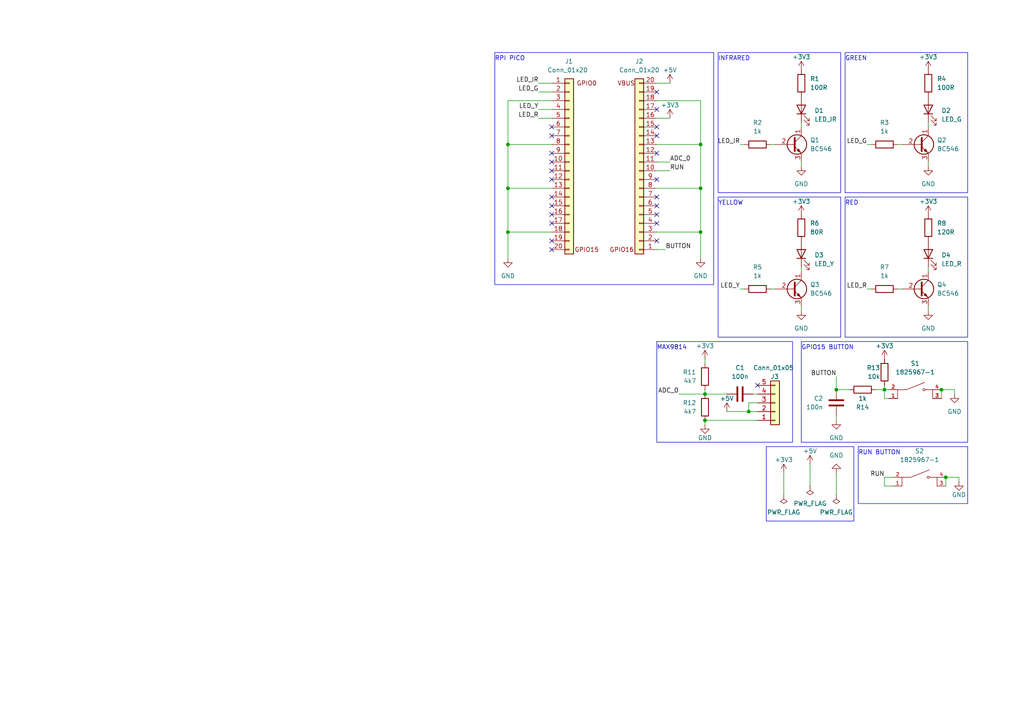
<source format=kicad_sch>
(kicad_sch (version 20230121) (generator eeschema)

  (uuid 9c564564-cef4-417e-8ef1-c427e71aec24)

  (paper "A4")

  (lib_symbols
    (symbol "1825967-1:1825967-1" (pin_names (offset 1.016)) (in_bom yes) (on_board yes)
      (property "Reference" "S1" (at 0 7.62 0)
        (effects (font (size 1.27 1.27)))
      )
      (property "Value" "1825967-1" (at 0 5.08 0)
        (effects (font (size 1.27 1.27)))
      )
      (property "Footprint" "1825967-1:SW_1825967-1" (at 10.16 -10.16 0)
        (effects (font (size 1.27 1.27)) (justify bottom) hide)
      )
      (property "Datasheet" "" (at 0 0 0)
        (effects (font (size 1.27 1.27)) hide)
      )
      (property "Comment" "1825967-1" (at 0 -8.89 0)
        (effects (font (size 1.27 1.27)) (justify bottom) hide)
      )
      (property "MF" "TE Connectivity / AMP" (at -1.27 -6.35 0)
        (effects (font (size 1.27 1.27)) (justify bottom) hide)
      )
      (property "MAXIMUM_PACKAGE_HEIGHT" "7.4" (at 1.27 -8.89 0)
        (effects (font (size 1.27 1.27)) (justify bottom) hide)
      )
      (property "Package" "None" (at 0 -8.89 0)
        (effects (font (size 1.27 1.27)) (justify bottom) hide)
      )
      (property "Price" "None" (at 0 -8.89 0)
        (effects (font (size 1.27 1.27)) (justify bottom) hide)
      )
      (property "Check_prices" "https://www.snapeda.com/parts/1825967-1/TE+Connectivity+%252F+AMP/view-part/?ref=eda" (at 2.54 -10.16 0)
        (effects (font (size 1.27 1.27)) (justify bottom) hide)
      )
      (property "STANDARD" "Manufacturer Recommendations" (at 10.16 -10.16 0)
        (effects (font (size 1.27 1.27)) (justify bottom) hide)
      )
      (property "PARTREV" "E" (at 5.08 -7.62 0)
        (effects (font (size 1.27 1.27)) (justify bottom) hide)
      )
      (property "SnapEDA_Link" "https://www.snapeda.com/parts/1825967-1/TE+Connectivity+%252F+AMP/view-part/?ref=snap" (at 2.54 -10.16 0)
        (effects (font (size 1.27 1.27)) (justify bottom) hide)
      )
      (property "MP" "1825967-1" (at 0 -8.89 0)
        (effects (font (size 1.27 1.27)) (justify bottom) hide)
      )
      (property "EU_RoHS_Compliance" "Compliant" (at 2.54 -8.89 0)
        (effects (font (size 1.27 1.27)) (justify bottom) hide)
      )
      (property "Description" "\n                        \n                            Switch Tactile OFF (ON) SPST Round Button PC Pins 0.05A 24VDC 1.57N Thru-Hole\n                        \n" (at 2.54 -10.16 0)
        (effects (font (size 1.27 1.27)) (justify bottom) hide)
      )
      (property "Availability" "In Stock" (at 1.27 -8.89 0)
        (effects (font (size 1.27 1.27)) (justify bottom) hide)
      )
      (property "MANUFACTURER" "TE" (at 1.27 -8.89 0)
        (effects (font (size 1.27 1.27)) (justify bottom) hide)
      )
      (symbol "1825967-1_0_0"
        (polyline
          (pts
            (xy -2.54 0)
            (xy -5.08 0)
          )
          (stroke (width 0.1524) (type default))
          (fill (type none))
        )
        (polyline
          (pts
            (xy -2.54 0)
            (xy 2.794 2.1336)
          )
          (stroke (width 0.1524) (type default))
          (fill (type none))
        )
        (polyline
          (pts
            (xy 5.08 0)
            (xy 2.921 0)
          )
          (stroke (width 0.1524) (type default))
          (fill (type none))
        )
        (circle (center 2.54 0) (radius 0.3302)
          (stroke (width 0.1524) (type default))
          (fill (type none))
        )
        (pin passive line (at -7.62 -2.54 0) (length 2.54)
          (name "~" (effects (font (size 1.016 1.016))))
          (number "1" (effects (font (size 1.016 1.016))))
        )
        (pin passive line (at -7.62 0 0) (length 2.54)
          (name "~" (effects (font (size 1.016 1.016))))
          (number "2" (effects (font (size 1.016 1.016))))
        )
        (pin passive line (at 7.62 -2.54 180) (length 2.54)
          (name "~" (effects (font (size 1.016 1.016))))
          (number "3" (effects (font (size 1.016 1.016))))
        )
        (pin passive line (at 7.62 0 180) (length 2.54)
          (name "~" (effects (font (size 1.016 1.016))))
          (number "4" (effects (font (size 1.016 1.016))))
        )
      )
      (symbol "1825967-1_0_1"
        (polyline
          (pts
            (xy -5.08 -2.54)
            (xy -5.08 0)
          )
          (stroke (width 0) (type default))
          (fill (type none))
        )
        (polyline
          (pts
            (xy 5.08 -2.54)
            (xy 5.08 0)
          )
          (stroke (width 0) (type default))
          (fill (type none))
        )
      )
    )
    (symbol "Conn_01x20_1" (pin_names (offset 1.016) hide) (in_bom yes) (on_board yes)
      (property "Reference" "J1" (at -1.27 29.21 0)
        (effects (font (size 1.27 1.27)) (justify left))
      )
      (property "Value" "Conn_01x20" (at -6.35 26.67 0)
        (effects (font (size 1.27 1.27)) (justify left))
      )
      (property "Footprint" "Connector_PinSocket_2.54mm:PinSocket_1x20_P2.54mm_Vertical" (at 0 0 0)
        (effects (font (size 1.27 1.27)) hide)
      )
      (property "Datasheet" "~" (at 0 0 0)
        (effects (font (size 1.27 1.27)) hide)
      )
      (property "ki_keywords" "connector" (at 0 0 0)
        (effects (font (size 1.27 1.27)) hide)
      )
      (property "ki_description" "Generic connector, single row, 01x20, script generated (kicad-library-utils/schlib/autogen/connector/)" (at 0 0 0)
        (effects (font (size 1.27 1.27)) hide)
      )
      (property "ki_fp_filters" "Connector*:*_1x??_*" (at 0 0 0)
        (effects (font (size 1.27 1.27)) hide)
      )
      (symbol "Conn_01x20_1_1_1"
        (rectangle (start -1.27 -25.273) (end 0 -25.527)
          (stroke (width 0.1524) (type default))
          (fill (type none))
        )
        (rectangle (start -1.27 -22.733) (end 0 -22.987)
          (stroke (width 0.1524) (type default))
          (fill (type none))
        )
        (rectangle (start -1.27 -20.193) (end 0 -20.447)
          (stroke (width 0.1524) (type default))
          (fill (type none))
        )
        (rectangle (start -1.27 -17.653) (end 0 -17.907)
          (stroke (width 0.1524) (type default))
          (fill (type none))
        )
        (rectangle (start -1.27 -15.113) (end 0 -15.367)
          (stroke (width 0.1524) (type default))
          (fill (type none))
        )
        (rectangle (start -1.27 -12.573) (end 0 -12.827)
          (stroke (width 0.1524) (type default))
          (fill (type none))
        )
        (rectangle (start -1.27 -10.033) (end 0 -10.287)
          (stroke (width 0.1524) (type default))
          (fill (type none))
        )
        (rectangle (start -1.27 -7.493) (end 0 -7.747)
          (stroke (width 0.1524) (type default))
          (fill (type none))
        )
        (rectangle (start -1.27 -4.953) (end 0 -5.207)
          (stroke (width 0.1524) (type default))
          (fill (type none))
        )
        (rectangle (start -1.27 -2.413) (end 0 -2.667)
          (stroke (width 0.1524) (type default))
          (fill (type none))
        )
        (rectangle (start -1.27 0.127) (end 0 -0.127)
          (stroke (width 0.1524) (type default))
          (fill (type none))
        )
        (rectangle (start -1.27 2.667) (end 0 2.413)
          (stroke (width 0.1524) (type default))
          (fill (type none))
        )
        (rectangle (start -1.27 5.207) (end 0 4.953)
          (stroke (width 0.1524) (type default))
          (fill (type none))
        )
        (rectangle (start -1.27 7.747) (end 0 7.493)
          (stroke (width 0.1524) (type default))
          (fill (type none))
        )
        (rectangle (start -1.27 10.287) (end 0 10.033)
          (stroke (width 0.1524) (type default))
          (fill (type none))
        )
        (rectangle (start -1.27 12.827) (end 0 12.573)
          (stroke (width 0.1524) (type default))
          (fill (type none))
        )
        (rectangle (start -1.27 15.367) (end 0 15.113)
          (stroke (width 0.1524) (type default))
          (fill (type none))
        )
        (rectangle (start -1.27 17.907) (end 0 17.653)
          (stroke (width 0.1524) (type default))
          (fill (type none))
        )
        (rectangle (start -1.27 20.447) (end 0 20.193)
          (stroke (width 0.1524) (type default))
          (fill (type none))
        )
        (rectangle (start -1.27 22.987) (end 0 22.733)
          (stroke (width 0.1524) (type default))
          (fill (type none))
        )
        (rectangle (start -1.27 24.13) (end 1.27 -26.67)
          (stroke (width 0.254) (type default))
          (fill (type background))
        )
        (text "GPIO0\n" (at 5.08 22.86 0)
          (effects (font (size 1.27 1.27)))
        )
        (text "GPIO15" (at 5.08 -25.4 0)
          (effects (font (size 1.27 1.27)))
        )
        (pin passive line (at -5.08 22.86 0) (length 3.81)
          (name "Pin_1" (effects (font (size 1.27 1.27))))
          (number "1" (effects (font (size 1.27 1.27))))
        )
        (pin passive line (at -5.08 0 0) (length 3.81)
          (name "Pin_10" (effects (font (size 1.27 1.27))))
          (number "10" (effects (font (size 1.27 1.27))))
        )
        (pin passive line (at -5.08 -2.54 0) (length 3.81)
          (name "Pin_11" (effects (font (size 1.27 1.27))))
          (number "11" (effects (font (size 1.27 1.27))))
        )
        (pin passive line (at -5.08 -5.08 0) (length 3.81)
          (name "Pin_12" (effects (font (size 1.27 1.27))))
          (number "12" (effects (font (size 1.27 1.27))))
        )
        (pin passive line (at -5.08 -7.62 0) (length 3.81)
          (name "Pin_13" (effects (font (size 1.27 1.27))))
          (number "13" (effects (font (size 1.27 1.27))))
        )
        (pin passive line (at -5.08 -10.16 0) (length 3.81)
          (name "Pin_14" (effects (font (size 1.27 1.27))))
          (number "14" (effects (font (size 1.27 1.27))))
        )
        (pin passive line (at -5.08 -12.7 0) (length 3.81)
          (name "Pin_15" (effects (font (size 1.27 1.27))))
          (number "15" (effects (font (size 1.27 1.27))))
        )
        (pin passive line (at -5.08 -15.24 0) (length 3.81)
          (name "Pin_16" (effects (font (size 1.27 1.27))))
          (number "16" (effects (font (size 1.27 1.27))))
        )
        (pin passive line (at -5.08 -17.78 0) (length 3.81)
          (name "Pin_17" (effects (font (size 1.27 1.27))))
          (number "17" (effects (font (size 1.27 1.27))))
        )
        (pin passive line (at -5.08 -20.32 0) (length 3.81)
          (name "Pin_18" (effects (font (size 1.27 1.27))))
          (number "18" (effects (font (size 1.27 1.27))))
        )
        (pin passive line (at -5.08 -22.86 0) (length 3.81)
          (name "Pin_19" (effects (font (size 1.27 1.27))))
          (number "19" (effects (font (size 1.27 1.27))))
        )
        (pin passive line (at -5.08 20.32 0) (length 3.81)
          (name "Pin_2" (effects (font (size 1.27 1.27))))
          (number "2" (effects (font (size 1.27 1.27))))
        )
        (pin passive line (at -5.08 -25.4 0) (length 3.81)
          (name "Pin_20" (effects (font (size 1.27 1.27))))
          (number "20" (effects (font (size 1.27 1.27))))
        )
        (pin passive line (at -5.08 17.78 0) (length 3.81)
          (name "Pin_3" (effects (font (size 1.27 1.27))))
          (number "3" (effects (font (size 1.27 1.27))))
        )
        (pin passive line (at -5.08 15.24 0) (length 3.81)
          (name "Pin_4" (effects (font (size 1.27 1.27))))
          (number "4" (effects (font (size 1.27 1.27))))
        )
        (pin passive line (at -5.08 12.7 0) (length 3.81)
          (name "Pin_5" (effects (font (size 1.27 1.27))))
          (number "5" (effects (font (size 1.27 1.27))))
        )
        (pin passive line (at -5.08 10.16 0) (length 3.81)
          (name "Pin_6" (effects (font (size 1.27 1.27))))
          (number "6" (effects (font (size 1.27 1.27))))
        )
        (pin passive line (at -5.08 7.62 0) (length 3.81)
          (name "Pin_7" (effects (font (size 1.27 1.27))))
          (number "7" (effects (font (size 1.27 1.27))))
        )
        (pin passive line (at -5.08 5.08 0) (length 3.81)
          (name "Pin_8" (effects (font (size 1.27 1.27))))
          (number "8" (effects (font (size 1.27 1.27))))
        )
        (pin passive line (at -5.08 2.54 0) (length 3.81)
          (name "Pin_9" (effects (font (size 1.27 1.27))))
          (number "9" (effects (font (size 1.27 1.27))))
        )
      )
    )
    (symbol "Connector_Generic:Conn_01x05" (pin_names (offset 1.016) hide) (in_bom yes) (on_board yes)
      (property "Reference" "J" (at 0 7.62 0)
        (effects (font (size 1.27 1.27)))
      )
      (property "Value" "Conn_01x05" (at 0 -7.62 0)
        (effects (font (size 1.27 1.27)))
      )
      (property "Footprint" "" (at 0 0 0)
        (effects (font (size 1.27 1.27)) hide)
      )
      (property "Datasheet" "~" (at 0 0 0)
        (effects (font (size 1.27 1.27)) hide)
      )
      (property "ki_keywords" "connector" (at 0 0 0)
        (effects (font (size 1.27 1.27)) hide)
      )
      (property "ki_description" "Generic connector, single row, 01x05, script generated (kicad-library-utils/schlib/autogen/connector/)" (at 0 0 0)
        (effects (font (size 1.27 1.27)) hide)
      )
      (property "ki_fp_filters" "Connector*:*_1x??_*" (at 0 0 0)
        (effects (font (size 1.27 1.27)) hide)
      )
      (symbol "Conn_01x05_1_1"
        (rectangle (start -1.27 -4.953) (end 0 -5.207)
          (stroke (width 0.1524) (type default))
          (fill (type none))
        )
        (rectangle (start -1.27 -2.413) (end 0 -2.667)
          (stroke (width 0.1524) (type default))
          (fill (type none))
        )
        (rectangle (start -1.27 0.127) (end 0 -0.127)
          (stroke (width 0.1524) (type default))
          (fill (type none))
        )
        (rectangle (start -1.27 2.667) (end 0 2.413)
          (stroke (width 0.1524) (type default))
          (fill (type none))
        )
        (rectangle (start -1.27 5.207) (end 0 4.953)
          (stroke (width 0.1524) (type default))
          (fill (type none))
        )
        (rectangle (start -1.27 6.35) (end 1.27 -6.35)
          (stroke (width 0.254) (type default))
          (fill (type background))
        )
        (pin passive line (at -5.08 5.08 0) (length 3.81)
          (name "Pin_1" (effects (font (size 1.27 1.27))))
          (number "1" (effects (font (size 1.27 1.27))))
        )
        (pin passive line (at -5.08 2.54 0) (length 3.81)
          (name "Pin_2" (effects (font (size 1.27 1.27))))
          (number "2" (effects (font (size 1.27 1.27))))
        )
        (pin passive line (at -5.08 0 0) (length 3.81)
          (name "Pin_3" (effects (font (size 1.27 1.27))))
          (number "3" (effects (font (size 1.27 1.27))))
        )
        (pin passive line (at -5.08 -2.54 0) (length 3.81)
          (name "Pin_4" (effects (font (size 1.27 1.27))))
          (number "4" (effects (font (size 1.27 1.27))))
        )
        (pin passive line (at -5.08 -5.08 0) (length 3.81)
          (name "Pin_5" (effects (font (size 1.27 1.27))))
          (number "5" (effects (font (size 1.27 1.27))))
        )
      )
    )
    (symbol "Connector_Generic:Conn_01x20" (pin_names (offset 1.016) hide) (in_bom yes) (on_board yes)
      (property "Reference" "J2" (at 0 -31.75 0)
        (effects (font (size 1.27 1.27)))
      )
      (property "Value" "Conn_01x20" (at 0 -29.21 0)
        (effects (font (size 1.27 1.27)))
      )
      (property "Footprint" "Connector_PinSocket_2.54mm:PinSocket_1x20_P2.54mm_Vertical" (at 0 0 0)
        (effects (font (size 1.27 1.27)) hide)
      )
      (property "Datasheet" "~" (at 0 0 0)
        (effects (font (size 1.27 1.27)) hide)
      )
      (property "ki_keywords" "connector" (at 0 0 0)
        (effects (font (size 1.27 1.27)) hide)
      )
      (property "ki_description" "Generic connector, single row, 01x20, script generated (kicad-library-utils/schlib/autogen/connector/)" (at 0 0 0)
        (effects (font (size 1.27 1.27)) hide)
      )
      (property "ki_fp_filters" "Connector*:*_1x??_*" (at 0 0 0)
        (effects (font (size 1.27 1.27)) hide)
      )
      (symbol "Conn_01x20_1_1"
        (rectangle (start -1.27 -25.273) (end 0 -25.527)
          (stroke (width 0.1524) (type default))
          (fill (type none))
        )
        (rectangle (start -1.27 -22.733) (end 0 -22.987)
          (stroke (width 0.1524) (type default))
          (fill (type none))
        )
        (rectangle (start -1.27 -20.193) (end 0 -20.447)
          (stroke (width 0.1524) (type default))
          (fill (type none))
        )
        (rectangle (start -1.27 -17.653) (end 0 -17.907)
          (stroke (width 0.1524) (type default))
          (fill (type none))
        )
        (rectangle (start -1.27 -15.113) (end 0 -15.367)
          (stroke (width 0.1524) (type default))
          (fill (type none))
        )
        (rectangle (start -1.27 -12.573) (end 0 -12.827)
          (stroke (width 0.1524) (type default))
          (fill (type none))
        )
        (rectangle (start -1.27 -10.033) (end 0 -10.287)
          (stroke (width 0.1524) (type default))
          (fill (type none))
        )
        (rectangle (start -1.27 -7.493) (end 0 -7.747)
          (stroke (width 0.1524) (type default))
          (fill (type none))
        )
        (rectangle (start -1.27 -4.953) (end 0 -5.207)
          (stroke (width 0.1524) (type default))
          (fill (type none))
        )
        (rectangle (start -1.27 -2.413) (end 0 -2.667)
          (stroke (width 0.1524) (type default))
          (fill (type none))
        )
        (rectangle (start -1.27 0.127) (end 0 -0.127)
          (stroke (width 0.1524) (type default))
          (fill (type none))
        )
        (rectangle (start -1.27 2.667) (end 0 2.413)
          (stroke (width 0.1524) (type default))
          (fill (type none))
        )
        (rectangle (start -1.27 5.207) (end 0 4.953)
          (stroke (width 0.1524) (type default))
          (fill (type none))
        )
        (rectangle (start -1.27 7.747) (end 0 7.493)
          (stroke (width 0.1524) (type default))
          (fill (type none))
        )
        (rectangle (start -1.27 10.287) (end 0 10.033)
          (stroke (width 0.1524) (type default))
          (fill (type none))
        )
        (rectangle (start -1.27 12.827) (end 0 12.573)
          (stroke (width 0.1524) (type default))
          (fill (type none))
        )
        (rectangle (start -1.27 15.367) (end 0 15.113)
          (stroke (width 0.1524) (type default))
          (fill (type none))
        )
        (rectangle (start -1.27 17.907) (end 0 17.653)
          (stroke (width 0.1524) (type default))
          (fill (type none))
        )
        (rectangle (start -1.27 20.447) (end 0 20.193)
          (stroke (width 0.1524) (type default))
          (fill (type none))
        )
        (rectangle (start -1.27 22.987) (end 0 22.733)
          (stroke (width 0.1524) (type default))
          (fill (type none))
        )
        (rectangle (start -1.27 24.13) (end 1.27 -26.67)
          (stroke (width 0.254) (type default))
          (fill (type background))
        )
        (text "GPIO16" (at 5.08 22.86 0)
          (effects (font (size 1.27 1.27)))
        )
        (text "VBUS\n" (at 3.81 -25.4 0)
          (effects (font (size 1.27 1.27)))
        )
        (pin passive line (at -5.08 22.86 0) (length 3.81)
          (name "Pin_1" (effects (font (size 1.27 1.27))))
          (number "1" (effects (font (size 1.27 1.27))))
        )
        (pin passive line (at -5.08 0 0) (length 3.81)
          (name "Pin_10" (effects (font (size 1.27 1.27))))
          (number "10" (effects (font (size 1.27 1.27))))
        )
        (pin passive line (at -5.08 -2.54 0) (length 3.81)
          (name "Pin_11" (effects (font (size 1.27 1.27))))
          (number "11" (effects (font (size 1.27 1.27))))
        )
        (pin passive line (at -5.08 -5.08 0) (length 3.81)
          (name "Pin_12" (effects (font (size 1.27 1.27))))
          (number "12" (effects (font (size 1.27 1.27))))
        )
        (pin passive line (at -5.08 -7.62 0) (length 3.81)
          (name "Pin_13" (effects (font (size 1.27 1.27))))
          (number "13" (effects (font (size 1.27 1.27))))
        )
        (pin passive line (at -5.08 -10.16 0) (length 3.81)
          (name "Pin_14" (effects (font (size 1.27 1.27))))
          (number "14" (effects (font (size 1.27 1.27))))
        )
        (pin passive line (at -5.08 -12.7 0) (length 3.81)
          (name "Pin_15" (effects (font (size 1.27 1.27))))
          (number "15" (effects (font (size 1.27 1.27))))
        )
        (pin passive line (at -5.08 -15.24 0) (length 3.81)
          (name "Pin_16" (effects (font (size 1.27 1.27))))
          (number "16" (effects (font (size 1.27 1.27))))
        )
        (pin passive line (at -5.08 -17.78 0) (length 3.81)
          (name "Pin_17" (effects (font (size 1.27 1.27))))
          (number "17" (effects (font (size 1.27 1.27))))
        )
        (pin passive line (at -5.08 -20.32 0) (length 3.81)
          (name "Pin_18" (effects (font (size 1.27 1.27))))
          (number "18" (effects (font (size 1.27 1.27))))
        )
        (pin passive line (at -5.08 -22.86 0) (length 3.81)
          (name "Pin_19" (effects (font (size 1.27 1.27))))
          (number "19" (effects (font (size 1.27 1.27))))
        )
        (pin passive line (at -5.08 20.32 0) (length 3.81)
          (name "Pin_2" (effects (font (size 1.27 1.27))))
          (number "2" (effects (font (size 1.27 1.27))))
        )
        (pin passive line (at -5.08 -25.4 0) (length 3.81)
          (name "Pin_20" (effects (font (size 1.27 1.27))))
          (number "20" (effects (font (size 1.27 1.27))))
        )
        (pin passive line (at -5.08 17.78 0) (length 3.81)
          (name "Pin_3" (effects (font (size 1.27 1.27))))
          (number "3" (effects (font (size 1.27 1.27))))
        )
        (pin passive line (at -5.08 15.24 0) (length 3.81)
          (name "Pin_4" (effects (font (size 1.27 1.27))))
          (number "4" (effects (font (size 1.27 1.27))))
        )
        (pin passive line (at -5.08 12.7 0) (length 3.81)
          (name "Pin_5" (effects (font (size 1.27 1.27))))
          (number "5" (effects (font (size 1.27 1.27))))
        )
        (pin passive line (at -5.08 10.16 0) (length 3.81)
          (name "Pin_6" (effects (font (size 1.27 1.27))))
          (number "6" (effects (font (size 1.27 1.27))))
        )
        (pin passive line (at -5.08 7.62 0) (length 3.81)
          (name "Pin_7" (effects (font (size 1.27 1.27))))
          (number "7" (effects (font (size 1.27 1.27))))
        )
        (pin passive line (at -5.08 5.08 0) (length 3.81)
          (name "Pin_8" (effects (font (size 1.27 1.27))))
          (number "8" (effects (font (size 1.27 1.27))))
        )
        (pin passive line (at -5.08 2.54 0) (length 3.81)
          (name "Pin_9" (effects (font (size 1.27 1.27))))
          (number "9" (effects (font (size 1.27 1.27))))
        )
      )
    )
    (symbol "Device:C" (pin_numbers hide) (pin_names (offset 0.254)) (in_bom yes) (on_board yes)
      (property "Reference" "C" (at 0.635 2.54 0)
        (effects (font (size 1.27 1.27)) (justify left))
      )
      (property "Value" "C" (at 0.635 -2.54 0)
        (effects (font (size 1.27 1.27)) (justify left))
      )
      (property "Footprint" "" (at 0.9652 -3.81 0)
        (effects (font (size 1.27 1.27)) hide)
      )
      (property "Datasheet" "~" (at 0 0 0)
        (effects (font (size 1.27 1.27)) hide)
      )
      (property "ki_keywords" "cap capacitor" (at 0 0 0)
        (effects (font (size 1.27 1.27)) hide)
      )
      (property "ki_description" "Unpolarized capacitor" (at 0 0 0)
        (effects (font (size 1.27 1.27)) hide)
      )
      (property "ki_fp_filters" "C_*" (at 0 0 0)
        (effects (font (size 1.27 1.27)) hide)
      )
      (symbol "C_0_1"
        (polyline
          (pts
            (xy -2.032 -0.762)
            (xy 2.032 -0.762)
          )
          (stroke (width 0.508) (type default))
          (fill (type none))
        )
        (polyline
          (pts
            (xy -2.032 0.762)
            (xy 2.032 0.762)
          )
          (stroke (width 0.508) (type default))
          (fill (type none))
        )
      )
      (symbol "C_1_1"
        (pin passive line (at 0 3.81 270) (length 2.794)
          (name "~" (effects (font (size 1.27 1.27))))
          (number "1" (effects (font (size 1.27 1.27))))
        )
        (pin passive line (at 0 -3.81 90) (length 2.794)
          (name "~" (effects (font (size 1.27 1.27))))
          (number "2" (effects (font (size 1.27 1.27))))
        )
      )
    )
    (symbol "Device:LED" (pin_numbers hide) (pin_names (offset 1.016) hide) (in_bom yes) (on_board yes)
      (property "Reference" "D" (at 0 2.54 0)
        (effects (font (size 1.27 1.27)))
      )
      (property "Value" "LED" (at 0 -2.54 0)
        (effects (font (size 1.27 1.27)))
      )
      (property "Footprint" "" (at 0 0 0)
        (effects (font (size 1.27 1.27)) hide)
      )
      (property "Datasheet" "~" (at 0 0 0)
        (effects (font (size 1.27 1.27)) hide)
      )
      (property "ki_keywords" "LED diode" (at 0 0 0)
        (effects (font (size 1.27 1.27)) hide)
      )
      (property "ki_description" "Light emitting diode" (at 0 0 0)
        (effects (font (size 1.27 1.27)) hide)
      )
      (property "ki_fp_filters" "LED* LED_SMD:* LED_THT:*" (at 0 0 0)
        (effects (font (size 1.27 1.27)) hide)
      )
      (symbol "LED_0_1"
        (polyline
          (pts
            (xy -1.27 -1.27)
            (xy -1.27 1.27)
          )
          (stroke (width 0.254) (type default))
          (fill (type none))
        )
        (polyline
          (pts
            (xy -1.27 0)
            (xy 1.27 0)
          )
          (stroke (width 0) (type default))
          (fill (type none))
        )
        (polyline
          (pts
            (xy 1.27 -1.27)
            (xy 1.27 1.27)
            (xy -1.27 0)
            (xy 1.27 -1.27)
          )
          (stroke (width 0.254) (type default))
          (fill (type none))
        )
        (polyline
          (pts
            (xy -3.048 -0.762)
            (xy -4.572 -2.286)
            (xy -3.81 -2.286)
            (xy -4.572 -2.286)
            (xy -4.572 -1.524)
          )
          (stroke (width 0) (type default))
          (fill (type none))
        )
        (polyline
          (pts
            (xy -1.778 -0.762)
            (xy -3.302 -2.286)
            (xy -2.54 -2.286)
            (xy -3.302 -2.286)
            (xy -3.302 -1.524)
          )
          (stroke (width 0) (type default))
          (fill (type none))
        )
      )
      (symbol "LED_1_1"
        (pin passive line (at -3.81 0 0) (length 2.54)
          (name "K" (effects (font (size 1.27 1.27))))
          (number "1" (effects (font (size 1.27 1.27))))
        )
        (pin passive line (at 3.81 0 180) (length 2.54)
          (name "A" (effects (font (size 1.27 1.27))))
          (number "2" (effects (font (size 1.27 1.27))))
        )
      )
    )
    (symbol "Device:R" (pin_numbers hide) (pin_names (offset 0)) (in_bom yes) (on_board yes)
      (property "Reference" "R" (at 2.032 0 90)
        (effects (font (size 1.27 1.27)))
      )
      (property "Value" "R" (at 0 0 90)
        (effects (font (size 1.27 1.27)))
      )
      (property "Footprint" "" (at -1.778 0 90)
        (effects (font (size 1.27 1.27)) hide)
      )
      (property "Datasheet" "~" (at 0 0 0)
        (effects (font (size 1.27 1.27)) hide)
      )
      (property "ki_keywords" "R res resistor" (at 0 0 0)
        (effects (font (size 1.27 1.27)) hide)
      )
      (property "ki_description" "Resistor" (at 0 0 0)
        (effects (font (size 1.27 1.27)) hide)
      )
      (property "ki_fp_filters" "R_*" (at 0 0 0)
        (effects (font (size 1.27 1.27)) hide)
      )
      (symbol "R_0_1"
        (rectangle (start -1.016 -2.54) (end 1.016 2.54)
          (stroke (width 0.254) (type default))
          (fill (type none))
        )
      )
      (symbol "R_1_1"
        (pin passive line (at 0 3.81 270) (length 1.27)
          (name "~" (effects (font (size 1.27 1.27))))
          (number "1" (effects (font (size 1.27 1.27))))
        )
        (pin passive line (at 0 -3.81 90) (length 1.27)
          (name "~" (effects (font (size 1.27 1.27))))
          (number "2" (effects (font (size 1.27 1.27))))
        )
      )
    )
    (symbol "Transistor_BJT:BC546" (pin_names (offset 0) hide) (in_bom yes) (on_board yes)
      (property "Reference" "Q" (at 5.08 1.905 0)
        (effects (font (size 1.27 1.27)) (justify left))
      )
      (property "Value" "BC546" (at 5.08 0 0)
        (effects (font (size 1.27 1.27)) (justify left))
      )
      (property "Footprint" "Package_TO_SOT_THT:TO-92_Inline" (at 5.08 -1.905 0)
        (effects (font (size 1.27 1.27) italic) (justify left) hide)
      )
      (property "Datasheet" "https://www.onsemi.com/pub/Collateral/BC550-D.pdf" (at 0 0 0)
        (effects (font (size 1.27 1.27)) (justify left) hide)
      )
      (property "ki_keywords" "NPN Transistor" (at 0 0 0)
        (effects (font (size 1.27 1.27)) hide)
      )
      (property "ki_description" "0.1A Ic, 65V Vce, Small Signal NPN Transistor, TO-92" (at 0 0 0)
        (effects (font (size 1.27 1.27)) hide)
      )
      (property "ki_fp_filters" "TO?92*" (at 0 0 0)
        (effects (font (size 1.27 1.27)) hide)
      )
      (symbol "BC546_0_1"
        (polyline
          (pts
            (xy 0 0)
            (xy 0.635 0)
          )
          (stroke (width 0) (type default))
          (fill (type none))
        )
        (polyline
          (pts
            (xy 0.635 0.635)
            (xy 2.54 2.54)
          )
          (stroke (width 0) (type default))
          (fill (type none))
        )
        (polyline
          (pts
            (xy 0.635 -0.635)
            (xy 2.54 -2.54)
            (xy 2.54 -2.54)
          )
          (stroke (width 0) (type default))
          (fill (type none))
        )
        (polyline
          (pts
            (xy 0.635 1.905)
            (xy 0.635 -1.905)
            (xy 0.635 -1.905)
          )
          (stroke (width 0.508) (type default))
          (fill (type none))
        )
        (polyline
          (pts
            (xy 1.27 -1.778)
            (xy 1.778 -1.27)
            (xy 2.286 -2.286)
            (xy 1.27 -1.778)
            (xy 1.27 -1.778)
          )
          (stroke (width 0) (type default))
          (fill (type outline))
        )
        (circle (center 1.27 0) (radius 2.8194)
          (stroke (width 0.254) (type default))
          (fill (type none))
        )
      )
      (symbol "BC546_1_1"
        (pin passive line (at 2.54 5.08 270) (length 2.54)
          (name "C" (effects (font (size 1.27 1.27))))
          (number "1" (effects (font (size 1.27 1.27))))
        )
        (pin input line (at -5.08 0 0) (length 5.08)
          (name "B" (effects (font (size 1.27 1.27))))
          (number "2" (effects (font (size 1.27 1.27))))
        )
        (pin passive line (at 2.54 -5.08 90) (length 2.54)
          (name "E" (effects (font (size 1.27 1.27))))
          (number "3" (effects (font (size 1.27 1.27))))
        )
      )
    )
    (symbol "power:+3V3" (power) (pin_names (offset 0)) (in_bom yes) (on_board yes)
      (property "Reference" "#PWR" (at 0 -3.81 0)
        (effects (font (size 1.27 1.27)) hide)
      )
      (property "Value" "+3V3" (at 0 3.556 0)
        (effects (font (size 1.27 1.27)))
      )
      (property "Footprint" "" (at 0 0 0)
        (effects (font (size 1.27 1.27)) hide)
      )
      (property "Datasheet" "" (at 0 0 0)
        (effects (font (size 1.27 1.27)) hide)
      )
      (property "ki_keywords" "global power" (at 0 0 0)
        (effects (font (size 1.27 1.27)) hide)
      )
      (property "ki_description" "Power symbol creates a global label with name \"+3V3\"" (at 0 0 0)
        (effects (font (size 1.27 1.27)) hide)
      )
      (symbol "+3V3_0_1"
        (polyline
          (pts
            (xy -0.762 1.27)
            (xy 0 2.54)
          )
          (stroke (width 0) (type default))
          (fill (type none))
        )
        (polyline
          (pts
            (xy 0 0)
            (xy 0 2.54)
          )
          (stroke (width 0) (type default))
          (fill (type none))
        )
        (polyline
          (pts
            (xy 0 2.54)
            (xy 0.762 1.27)
          )
          (stroke (width 0) (type default))
          (fill (type none))
        )
      )
      (symbol "+3V3_1_1"
        (pin power_in line (at 0 0 90) (length 0) hide
          (name "+3V3" (effects (font (size 1.27 1.27))))
          (number "1" (effects (font (size 1.27 1.27))))
        )
      )
    )
    (symbol "power:+5V" (power) (pin_names (offset 0)) (in_bom yes) (on_board yes)
      (property "Reference" "#PWR" (at 0 -3.81 0)
        (effects (font (size 1.27 1.27)) hide)
      )
      (property "Value" "+5V" (at 0 3.556 0)
        (effects (font (size 1.27 1.27)))
      )
      (property "Footprint" "" (at 0 0 0)
        (effects (font (size 1.27 1.27)) hide)
      )
      (property "Datasheet" "" (at 0 0 0)
        (effects (font (size 1.27 1.27)) hide)
      )
      (property "ki_keywords" "global power" (at 0 0 0)
        (effects (font (size 1.27 1.27)) hide)
      )
      (property "ki_description" "Power symbol creates a global label with name \"+5V\"" (at 0 0 0)
        (effects (font (size 1.27 1.27)) hide)
      )
      (symbol "+5V_0_1"
        (polyline
          (pts
            (xy -0.762 1.27)
            (xy 0 2.54)
          )
          (stroke (width 0) (type default))
          (fill (type none))
        )
        (polyline
          (pts
            (xy 0 0)
            (xy 0 2.54)
          )
          (stroke (width 0) (type default))
          (fill (type none))
        )
        (polyline
          (pts
            (xy 0 2.54)
            (xy 0.762 1.27)
          )
          (stroke (width 0) (type default))
          (fill (type none))
        )
      )
      (symbol "+5V_1_1"
        (pin power_in line (at 0 0 90) (length 0) hide
          (name "+5V" (effects (font (size 1.27 1.27))))
          (number "1" (effects (font (size 1.27 1.27))))
        )
      )
    )
    (symbol "power:GND" (power) (pin_names (offset 0)) (in_bom yes) (on_board yes)
      (property "Reference" "#PWR" (at 0 -6.35 0)
        (effects (font (size 1.27 1.27)) hide)
      )
      (property "Value" "GND" (at 0 -3.81 0)
        (effects (font (size 1.27 1.27)))
      )
      (property "Footprint" "" (at 0 0 0)
        (effects (font (size 1.27 1.27)) hide)
      )
      (property "Datasheet" "" (at 0 0 0)
        (effects (font (size 1.27 1.27)) hide)
      )
      (property "ki_keywords" "global power" (at 0 0 0)
        (effects (font (size 1.27 1.27)) hide)
      )
      (property "ki_description" "Power symbol creates a global label with name \"GND\" , ground" (at 0 0 0)
        (effects (font (size 1.27 1.27)) hide)
      )
      (symbol "GND_0_1"
        (polyline
          (pts
            (xy 0 0)
            (xy 0 -1.27)
            (xy 1.27 -1.27)
            (xy 0 -2.54)
            (xy -1.27 -1.27)
            (xy 0 -1.27)
          )
          (stroke (width 0) (type default))
          (fill (type none))
        )
      )
      (symbol "GND_1_1"
        (pin power_in line (at 0 0 270) (length 0) hide
          (name "GND" (effects (font (size 1.27 1.27))))
          (number "1" (effects (font (size 1.27 1.27))))
        )
      )
    )
    (symbol "power:PWR_FLAG" (power) (pin_numbers hide) (pin_names (offset 0) hide) (in_bom yes) (on_board yes)
      (property "Reference" "#FLG" (at 0 1.905 0)
        (effects (font (size 1.27 1.27)) hide)
      )
      (property "Value" "PWR_FLAG" (at 0 3.81 0)
        (effects (font (size 1.27 1.27)))
      )
      (property "Footprint" "" (at 0 0 0)
        (effects (font (size 1.27 1.27)) hide)
      )
      (property "Datasheet" "~" (at 0 0 0)
        (effects (font (size 1.27 1.27)) hide)
      )
      (property "ki_keywords" "flag power" (at 0 0 0)
        (effects (font (size 1.27 1.27)) hide)
      )
      (property "ki_description" "Special symbol for telling ERC where power comes from" (at 0 0 0)
        (effects (font (size 1.27 1.27)) hide)
      )
      (symbol "PWR_FLAG_0_0"
        (pin power_out line (at 0 0 90) (length 0)
          (name "pwr" (effects (font (size 1.27 1.27))))
          (number "1" (effects (font (size 1.27 1.27))))
        )
      )
      (symbol "PWR_FLAG_0_1"
        (polyline
          (pts
            (xy 0 0)
            (xy 0 1.27)
            (xy -1.016 1.905)
            (xy 0 2.54)
            (xy 1.016 1.905)
            (xy 0 1.27)
          )
          (stroke (width 0) (type default))
          (fill (type none))
        )
      )
    )
  )

  (junction (at 217.17 119.38) (diameter 0) (color 0 0 0 0)
    (uuid 21c5d496-f0c4-47d6-8b55-f904f0b47b7a)
  )
  (junction (at 147.32 67.31) (diameter 0) (color 0 0 0 0)
    (uuid 2a54acf5-4b3d-4859-af4f-180c6aee22e6)
  )
  (junction (at 242.57 113.03) (diameter 0) (color 0 0 0 0)
    (uuid 426f4605-371b-4a14-9758-e552351b82db)
  )
  (junction (at 203.2 54.61) (diameter 0) (color 0 0 0 0)
    (uuid 482c50dd-957e-4215-baa7-68ebf1d7b647)
  )
  (junction (at 203.2 67.31) (diameter 0) (color 0 0 0 0)
    (uuid 871a4d00-9339-4041-8b05-35a44adbdb49)
  )
  (junction (at 204.47 114.3) (diameter 0) (color 0 0 0 0)
    (uuid 97713928-e1b5-44f0-9d22-c2854b70cef8)
  )
  (junction (at 147.32 54.61) (diameter 0) (color 0 0 0 0)
    (uuid 9d07e3d7-b1ba-4919-a341-d7e3f5f8f07d)
  )
  (junction (at 204.47 121.92) (diameter 0) (color 0 0 0 0)
    (uuid b20a1186-3f19-4efd-8b47-0062c15d6b42)
  )
  (junction (at 203.2 41.91) (diameter 0) (color 0 0 0 0)
    (uuid c257c013-2eac-4030-8305-39df6c94293b)
  )
  (junction (at 147.32 41.91) (diameter 0) (color 0 0 0 0)
    (uuid d36a8c05-cc42-4b75-9a42-19bda8044b38)
  )
  (junction (at 274.32 138.43) (diameter 0) (color 0 0 0 0)
    (uuid d9e3228a-e03d-4690-96df-78aa62db4323)
  )
  (junction (at 273.05 113.03) (diameter 0) (color 0 0 0 0)
    (uuid db4a8542-987f-49ba-90f3-aae20c1d1d81)
  )
  (junction (at 256.54 113.03) (diameter 0) (color 0 0 0 0)
    (uuid e770811b-10ef-44aa-baba-7ccea8a1daa4)
  )

  (no_connect (at 190.5 26.67) (uuid 1616d821-92a4-4b3a-9c2c-297199c1b808))
  (no_connect (at 160.02 36.83) (uuid 1e4d90b2-03ce-40fc-a833-ee0a9c61f80b))
  (no_connect (at 160.02 52.07) (uuid 219840ca-55bf-4c49-95ff-bd34eea778ce))
  (no_connect (at 160.02 69.85) (uuid 21c5a52a-6a5b-4b4b-8d0f-127ceccba147))
  (no_connect (at 190.5 62.23) (uuid 29fbc369-0885-4c0f-8b1a-dea88f470652))
  (no_connect (at 160.02 39.37) (uuid 2ed437f4-0225-40f8-91df-4103a95d2538))
  (no_connect (at 160.02 62.23) (uuid 386d4bf6-4b69-4a2e-a49d-8a96f62a376a))
  (no_connect (at 190.5 57.15) (uuid 419e3431-1b7a-4dca-a796-2c91dc4faeb6))
  (no_connect (at 190.5 64.77) (uuid 4bb87576-602b-4046-a358-28455cac1af0))
  (no_connect (at 160.02 57.15) (uuid 6a8bab04-cb9f-495f-a77d-8d7a2c3b9ea2))
  (no_connect (at 190.5 39.37) (uuid 6ad67af6-d0cb-4c15-9aaa-a82c607f6b65))
  (no_connect (at 190.5 44.45) (uuid 6eeaef65-9507-492f-bcf2-539e1505ca01))
  (no_connect (at 160.02 44.45) (uuid 74de1adb-e3d0-48d5-b3b1-1aeb79992950))
  (no_connect (at 190.5 59.69) (uuid 769dbaaa-9625-41c8-9c58-3460ff70c02b))
  (no_connect (at 190.5 36.83) (uuid 76f824f9-6b69-4d8b-b7f4-eb9267eb4c96))
  (no_connect (at 219.71 111.76) (uuid 8b6d50e9-b6c7-4bf2-8357-6064bc77d771))
  (no_connect (at 160.02 46.99) (uuid 8ca5e0aa-dff7-4a83-8002-85180ebe7234))
  (no_connect (at 190.5 52.07) (uuid 9c1dfde3-70f2-41d1-918f-bb1022190ffe))
  (no_connect (at 160.02 64.77) (uuid ae3b6f61-cd0d-4d1b-bd8f-7176934d16e6))
  (no_connect (at 190.5 31.75) (uuid b8538b8b-1151-4025-bbde-566c6e31771f))
  (no_connect (at 160.02 49.53) (uuid bb878571-368d-42af-9368-22de731026f3))
  (no_connect (at 160.02 59.69) (uuid c63c0eb5-cbb0-4b44-99a5-7d4ce18c6f67))
  (no_connect (at 190.5 69.85) (uuid ca2d1a72-8f69-4e08-a8d1-f7480063b4cf))
  (no_connect (at 160.02 72.39) (uuid ee08cb4d-4731-46dd-97e7-962cf91f0ab0))

  (wire (pts (xy 260.35 83.82) (xy 261.62 83.82))
    (stroke (width 0) (type default))
    (uuid 042d8850-1aba-41c9-a6ec-7e44cad55500)
  )
  (wire (pts (xy 256.54 111.76) (xy 256.54 113.03))
    (stroke (width 0) (type default))
    (uuid 067b7121-0ea9-49a8-a60f-f0ed2581be07)
  )
  (wire (pts (xy 234.95 134.62) (xy 234.95 140.97))
    (stroke (width 0) (type default))
    (uuid 0a751e65-324e-44b9-ab06-4081547c93b2)
  )
  (wire (pts (xy 278.13 138.43) (xy 278.13 139.7))
    (stroke (width 0) (type default))
    (uuid 0e00c443-f8de-4adf-b664-92e7b1454a80)
  )
  (wire (pts (xy 256.54 140.97) (xy 256.54 138.43))
    (stroke (width 0) (type default))
    (uuid 0fbeeb9a-dd64-4c18-bc45-7b6955ae8cbc)
  )
  (wire (pts (xy 190.5 72.39) (xy 193.04 72.39))
    (stroke (width 0) (type default))
    (uuid 10441f94-e212-474e-9e13-91dd5135d2f8)
  )
  (wire (pts (xy 219.71 116.84) (xy 217.17 116.84))
    (stroke (width 0) (type default))
    (uuid 131cfe60-f837-4e02-8e6e-ce6f209576a7)
  )
  (wire (pts (xy 203.2 29.21) (xy 203.2 41.91))
    (stroke (width 0) (type default))
    (uuid 135f9f6f-2758-4189-9926-3920dac1f1f4)
  )
  (wire (pts (xy 269.24 77.47) (xy 269.24 78.74))
    (stroke (width 0) (type default))
    (uuid 1cc3ca06-add6-4ea7-a3fb-ee6b6a9c9669)
  )
  (wire (pts (xy 259.08 140.97) (xy 256.54 140.97))
    (stroke (width 0) (type default))
    (uuid 1d4bf79b-7bc6-4026-9dc4-a9bdc376361d)
  )
  (wire (pts (xy 242.57 109.22) (xy 242.57 113.03))
    (stroke (width 0) (type default))
    (uuid 1f1421b5-b73c-426a-a472-17b3221d28f3)
  )
  (wire (pts (xy 204.47 104.14) (xy 204.47 105.41))
    (stroke (width 0) (type default))
    (uuid 220e9067-7f47-4355-8b8a-ca24c8856b12)
  )
  (wire (pts (xy 204.47 121.92) (xy 219.71 121.92))
    (stroke (width 0) (type default))
    (uuid 252e9917-2e83-420d-88f5-5f254b492fa2)
  )
  (wire (pts (xy 210.82 114.3) (xy 204.47 114.3))
    (stroke (width 0) (type default))
    (uuid 28d2c7f3-1f66-49ec-a686-db5e31635cbe)
  )
  (wire (pts (xy 269.24 35.56) (xy 269.24 36.83))
    (stroke (width 0) (type default))
    (uuid 2fbead7a-febc-4562-8f0e-29c1194ac095)
  )
  (wire (pts (xy 217.17 116.84) (xy 217.17 119.38))
    (stroke (width 0) (type default))
    (uuid 3184f5cf-2728-487e-b37a-7599825e13f2)
  )
  (wire (pts (xy 251.46 83.82) (xy 252.73 83.82))
    (stroke (width 0) (type default))
    (uuid 370f2943-aa76-49fc-89a8-d91ef170d203)
  )
  (wire (pts (xy 242.57 120.65) (xy 242.57 121.92))
    (stroke (width 0) (type default))
    (uuid 3df79056-9705-410f-b4b7-4cd22af15a6c)
  )
  (wire (pts (xy 196.85 114.3) (xy 204.47 114.3))
    (stroke (width 0) (type default))
    (uuid 3ee40018-1960-453d-aa6d-5804d3878442)
  )
  (wire (pts (xy 147.32 41.91) (xy 147.32 54.61))
    (stroke (width 0) (type default))
    (uuid 3f4dfd25-182c-42da-bdd2-e5622db29db1)
  )
  (wire (pts (xy 273.05 113.03) (xy 273.05 115.57))
    (stroke (width 0) (type default))
    (uuid 41005e0d-2f1e-4ae4-8984-7769adb14103)
  )
  (wire (pts (xy 190.5 46.99) (xy 194.31 46.99))
    (stroke (width 0) (type default))
    (uuid 4278ac2b-755b-4d7e-8a02-56a2fc9eaec9)
  )
  (wire (pts (xy 204.47 121.92) (xy 204.47 123.19))
    (stroke (width 0) (type default))
    (uuid 4e18e6ba-95f4-4c88-ab0b-11e9c3d2c3f1)
  )
  (wire (pts (xy 232.41 35.56) (xy 232.41 36.83))
    (stroke (width 0) (type default))
    (uuid 4e775a18-729a-4edb-852b-d9a622421e7f)
  )
  (wire (pts (xy 256.54 115.57) (xy 256.54 113.03))
    (stroke (width 0) (type default))
    (uuid 541a0fe2-763e-45f6-b7b4-dd20f36e5058)
  )
  (wire (pts (xy 147.32 54.61) (xy 147.32 67.31))
    (stroke (width 0) (type default))
    (uuid 579176d7-b31b-428d-80e5-680ed6de2d44)
  )
  (wire (pts (xy 223.52 83.82) (xy 224.79 83.82))
    (stroke (width 0) (type default))
    (uuid 58907d40-6dca-4778-8e0e-4524d383efaa)
  )
  (wire (pts (xy 147.32 67.31) (xy 160.02 67.31))
    (stroke (width 0) (type default))
    (uuid 5a9f70e1-3a76-4764-931c-10b5f769e3b2)
  )
  (wire (pts (xy 273.05 113.03) (xy 276.86 113.03))
    (stroke (width 0) (type default))
    (uuid 60803677-e2fe-4b7e-840a-c7423d75122a)
  )
  (wire (pts (xy 257.81 115.57) (xy 256.54 115.57))
    (stroke (width 0) (type default))
    (uuid 60bd32ae-a4cd-4814-bb74-2e6829f5318d)
  )
  (wire (pts (xy 256.54 138.43) (xy 259.08 138.43))
    (stroke (width 0) (type default))
    (uuid 645f9899-fc42-4f8e-8427-e7af71c74232)
  )
  (wire (pts (xy 147.32 29.21) (xy 147.32 41.91))
    (stroke (width 0) (type default))
    (uuid 64aa2e99-2374-441e-86f3-f2d436599361)
  )
  (wire (pts (xy 190.5 67.31) (xy 203.2 67.31))
    (stroke (width 0) (type default))
    (uuid 68d25413-7297-4b5d-b608-c4393bbec61f)
  )
  (wire (pts (xy 232.41 88.9) (xy 232.41 90.17))
    (stroke (width 0) (type default))
    (uuid 69c85412-3990-4d3d-9e2b-6276b00aca64)
  )
  (wire (pts (xy 203.2 41.91) (xy 203.2 54.61))
    (stroke (width 0) (type default))
    (uuid 6d48836c-da1d-4795-83b7-ba0341bb8312)
  )
  (wire (pts (xy 147.32 41.91) (xy 160.02 41.91))
    (stroke (width 0) (type default))
    (uuid 6e9990a9-69cd-4037-ae22-8afb380f45d8)
  )
  (wire (pts (xy 156.21 34.29) (xy 160.02 34.29))
    (stroke (width 0) (type default))
    (uuid 711b237f-53c7-4e8b-9753-06f631378974)
  )
  (wire (pts (xy 190.5 54.61) (xy 203.2 54.61))
    (stroke (width 0) (type default))
    (uuid 744d57eb-9d25-463e-991b-c6afa6615bdf)
  )
  (wire (pts (xy 251.46 41.91) (xy 252.73 41.91))
    (stroke (width 0) (type default))
    (uuid 779bcc1b-6182-4bc5-893f-01e3f00bcaca)
  )
  (wire (pts (xy 147.32 54.61) (xy 160.02 54.61))
    (stroke (width 0) (type default))
    (uuid 7b8dad42-93b8-4bd2-ae02-7e0319154333)
  )
  (wire (pts (xy 160.02 29.21) (xy 147.32 29.21))
    (stroke (width 0) (type default))
    (uuid 7d97959a-b137-429e-8538-7e8370666532)
  )
  (wire (pts (xy 276.86 113.03) (xy 276.86 114.3))
    (stroke (width 0) (type default))
    (uuid 7e893f37-04ef-4f62-88a0-2c17129649ff)
  )
  (wire (pts (xy 156.21 31.75) (xy 160.02 31.75))
    (stroke (width 0) (type default))
    (uuid 877679b5-37bc-4f30-a5a7-296e3e774322)
  )
  (wire (pts (xy 210.82 119.38) (xy 217.17 119.38))
    (stroke (width 0) (type default))
    (uuid 8891d8c0-de9c-458d-81da-f1a598add7d0)
  )
  (wire (pts (xy 260.35 41.91) (xy 261.62 41.91))
    (stroke (width 0) (type default))
    (uuid 8b3fb712-5534-4a01-9333-aacf59ce3110)
  )
  (wire (pts (xy 274.32 138.43) (xy 274.32 140.97))
    (stroke (width 0) (type default))
    (uuid 900c87c1-d013-4134-b2e2-a80615a978e2)
  )
  (wire (pts (xy 214.63 83.82) (xy 215.9 83.82))
    (stroke (width 0) (type default))
    (uuid 94953568-7032-4367-a062-e525abf006fe)
  )
  (wire (pts (xy 203.2 67.31) (xy 203.2 74.93))
    (stroke (width 0) (type default))
    (uuid 94ea1ac1-d01e-45a8-a7c3-b517098e1532)
  )
  (wire (pts (xy 147.32 67.31) (xy 147.32 74.93))
    (stroke (width 0) (type default))
    (uuid 9ee4ba37-8b47-40d5-924a-59a6690578be)
  )
  (wire (pts (xy 227.33 137.16) (xy 227.33 143.51))
    (stroke (width 0) (type default))
    (uuid a01e5208-8a01-4978-bdd6-b1c4c70ab9c5)
  )
  (wire (pts (xy 190.5 41.91) (xy 203.2 41.91))
    (stroke (width 0) (type default))
    (uuid a121d8e5-58b6-455f-8640-051eb8c04cae)
  )
  (wire (pts (xy 254 113.03) (xy 256.54 113.03))
    (stroke (width 0) (type default))
    (uuid ac1b0fe1-c578-478a-ac8c-8b8eb052ade9)
  )
  (wire (pts (xy 269.24 46.99) (xy 269.24 48.26))
    (stroke (width 0) (type default))
    (uuid af3f6004-ba58-4933-b055-052db7f89f19)
  )
  (wire (pts (xy 203.2 54.61) (xy 203.2 67.31))
    (stroke (width 0) (type default))
    (uuid b48069e1-5da5-494f-b39e-71ac8b648154)
  )
  (wire (pts (xy 190.5 24.13) (xy 194.31 24.13))
    (stroke (width 0) (type default))
    (uuid b58937fd-1106-4a8f-822a-cee800cfff2e)
  )
  (wire (pts (xy 218.44 114.3) (xy 219.71 114.3))
    (stroke (width 0) (type default))
    (uuid b5b00c2c-d125-4bc0-821c-cb544678426f)
  )
  (wire (pts (xy 156.21 24.13) (xy 160.02 24.13))
    (stroke (width 0) (type default))
    (uuid b6f1b51e-4ba7-459e-94cd-b713ae70d1a5)
  )
  (wire (pts (xy 269.24 88.9) (xy 269.24 90.17))
    (stroke (width 0) (type default))
    (uuid baef9280-efc4-4da0-b03b-2df264b2d984)
  )
  (wire (pts (xy 204.47 114.3) (xy 204.47 113.03))
    (stroke (width 0) (type default))
    (uuid bdd10114-6f33-4a91-a7e9-71d73cf39bec)
  )
  (wire (pts (xy 232.41 46.99) (xy 232.41 48.26))
    (stroke (width 0) (type default))
    (uuid c0a739ec-2032-4a13-84b8-f211b53a049e)
  )
  (wire (pts (xy 232.41 77.47) (xy 232.41 78.74))
    (stroke (width 0) (type default))
    (uuid c3032860-24ba-45dc-9738-d9b58dcfdf4c)
  )
  (wire (pts (xy 256.54 113.03) (xy 257.81 113.03))
    (stroke (width 0) (type default))
    (uuid c665457d-96db-4c01-8a6c-f17fefbdb9af)
  )
  (wire (pts (xy 274.32 138.43) (xy 278.13 138.43))
    (stroke (width 0) (type default))
    (uuid cee2c58e-1208-435d-b037-446a7aeb7efa)
  )
  (wire (pts (xy 217.17 119.38) (xy 219.71 119.38))
    (stroke (width 0) (type default))
    (uuid d0bf5b80-a7a2-49f0-9e44-66ec7d39df4f)
  )
  (wire (pts (xy 242.57 137.16) (xy 242.57 143.51))
    (stroke (width 0) (type default))
    (uuid e208e2b0-12b9-4a9d-8eaa-05033bdfa853)
  )
  (wire (pts (xy 214.63 41.91) (xy 215.9 41.91))
    (stroke (width 0) (type default))
    (uuid e2944551-c5d6-47f3-9a46-c70ea68cd20f)
  )
  (wire (pts (xy 242.57 113.03) (xy 246.38 113.03))
    (stroke (width 0) (type default))
    (uuid e5d557cd-4a15-45ba-9c88-c08190c325bc)
  )
  (wire (pts (xy 190.5 34.29) (xy 194.31 34.29))
    (stroke (width 0) (type default))
    (uuid ea196dae-6572-4fc4-8d06-c42dace8a2a2)
  )
  (wire (pts (xy 190.5 49.53) (xy 194.31 49.53))
    (stroke (width 0) (type default))
    (uuid efe3b0d0-ad76-4952-8e09-b38083e3f743)
  )
  (wire (pts (xy 223.52 41.91) (xy 224.79 41.91))
    (stroke (width 0) (type default))
    (uuid f0a75807-b175-46de-9169-2874b5d358b0)
  )
  (wire (pts (xy 190.5 29.21) (xy 203.2 29.21))
    (stroke (width 0) (type default))
    (uuid f6b5974b-574d-4404-b038-760d0d3e5a1d)
  )
  (wire (pts (xy 156.21 26.67) (xy 160.02 26.67))
    (stroke (width 0) (type default))
    (uuid fb39e693-e1eb-4910-a459-dc11c30021b2)
  )

  (rectangle (start 245.11 57.15) (end 280.67 97.79)
    (stroke (width 0) (type default))
    (fill (type none))
    (uuid 18c9596e-8988-4b8e-9b3d-3d897884a1c3)
  )
  (rectangle (start 208.28 57.15) (end 243.84 97.79)
    (stroke (width 0) (type default))
    (fill (type none))
    (uuid 23a10999-3ff7-422b-ab13-961ddbbd6864)
  )
  (rectangle (start 208.28 15.24) (end 243.84 55.88)
    (stroke (width 0) (type default))
    (fill (type none))
    (uuid 48b55c44-681d-428f-bf23-52f82a0595b8)
  )
  (rectangle (start 190.5 99.06) (end 229.87 128.27)
    (stroke (width 0) (type default))
    (fill (type none))
    (uuid 4dabc284-6fb1-4f52-a32c-991b21e320a3)
  )
  (rectangle (start 248.92 129.54) (end 280.67 146.05)
    (stroke (width 0) (type default))
    (fill (type none))
    (uuid 4f4aa0c3-6895-498d-adf8-8b98c2a8763d)
  )
  (rectangle (start 143.51 15.24) (end 207.01 82.55)
    (stroke (width 0) (type default))
    (fill (type none))
    (uuid 830b29d2-75f4-47a4-aeaf-6c483371e441)
  )
  (rectangle (start 245.11 15.24) (end 280.67 55.88)
    (stroke (width 0) (type default))
    (fill (type none))
    (uuid e2498a9b-6e72-4058-b847-ef74ef9fcad6)
  )
  (rectangle (start 222.25 129.54) (end 247.65 151.13)
    (stroke (width 0) (type default))
    (fill (type none))
    (uuid e42ba683-4c74-485f-b78f-c8257645c967)
  )
  (rectangle (start 232.41 99.06) (end 280.67 128.27)
    (stroke (width 0) (type default))
    (fill (type none))
    (uuid ed652db5-5e6f-440c-8988-4f9db3fed327)
  )

  (text "GPIO15 BUTTON" (at 232.41 101.6 0)
    (effects (font (size 1.27 1.27)) (justify left bottom))
    (uuid 47f6d07c-fc64-44e3-b651-e4c727a36b5b)
  )
  (text "RUN BUTTON" (at 248.92 132.08 0)
    (effects (font (size 1.27 1.27)) (justify left bottom))
    (uuid 533fc945-2da8-49fc-a22f-31921e76fd39)
  )
  (text "GREEN" (at 245.11 17.78 0)
    (effects (font (size 1.27 1.27)) (justify left bottom))
    (uuid 6e116469-1ae9-4ea0-8975-6deedcf00ec4)
  )
  (text "RPI PICO" (at 143.51 17.78 0)
    (effects (font (size 1.27 1.27)) (justify left bottom))
    (uuid 79338fbb-60c2-4716-9a85-ce7d0a56abbd)
  )
  (text "RED" (at 245.11 59.69 0)
    (effects (font (size 1.27 1.27)) (justify left bottom))
    (uuid 9f285275-f800-4cd5-8c64-6b5350bcb419)
  )
  (text "INFRARED" (at 208.28 17.78 0)
    (effects (font (size 1.27 1.27)) (justify left bottom))
    (uuid d14a74e1-9dbc-440b-813c-3535257847f9)
  )
  (text "YELLOW" (at 208.28 59.69 0)
    (effects (font (size 1.27 1.27)) (justify left bottom))
    (uuid dabb948a-97ae-4e05-9455-ed2e3ceb7dea)
  )
  (text "MAX9814" (at 190.5 101.6 0)
    (effects (font (size 1.27 1.27)) (justify left bottom))
    (uuid fcb5eb88-7bef-4806-9eea-0ef0f7b9681d)
  )

  (label "LED_R" (at 251.46 83.82 180) (fields_autoplaced)
    (effects (font (size 1.27 1.27)) (justify right bottom))
    (uuid 198b0dac-171c-46cd-af49-41f6108e07a4)
  )
  (label "LED_R" (at 156.21 34.29 180) (fields_autoplaced)
    (effects (font (size 1.27 1.27)) (justify right bottom))
    (uuid 371e5e35-742a-497b-bb8c-254eb14dab7c)
  )
  (label "LED_IR" (at 156.21 24.13 180) (fields_autoplaced)
    (effects (font (size 1.27 1.27)) (justify right bottom))
    (uuid 46cd5329-fdcb-4eac-badc-9dc45a40c22f)
  )
  (label "LED_G" (at 156.21 26.67 180) (fields_autoplaced)
    (effects (font (size 1.27 1.27)) (justify right bottom))
    (uuid 500dba5f-f692-48d7-9562-27acadd97942)
  )
  (label "LED_Y" (at 214.63 83.82 180) (fields_autoplaced)
    (effects (font (size 1.27 1.27)) (justify right bottom))
    (uuid 961bda3f-b920-4e10-938f-c41fa37c9ceb)
  )
  (label "BUTTON" (at 242.57 109.22 180) (fields_autoplaced)
    (effects (font (size 1.27 1.27)) (justify right bottom))
    (uuid acf7f79f-66bb-43b0-882a-d1ceafac4a6a)
  )
  (label "LED_IR" (at 214.63 41.91 180) (fields_autoplaced)
    (effects (font (size 1.27 1.27)) (justify right bottom))
    (uuid ad7ecd12-4ea4-4f0f-b746-e4813dad8fd1)
  )
  (label "BUTTON" (at 193.04 72.39 0) (fields_autoplaced)
    (effects (font (size 1.27 1.27)) (justify left bottom))
    (uuid b856095e-ee97-4684-a3d9-f143fcdde293)
  )
  (label "ADC_0" (at 196.85 114.3 180) (fields_autoplaced)
    (effects (font (size 1.27 1.27)) (justify right bottom))
    (uuid bf9be89a-ebfd-4833-8299-d3df9f7796cb)
  )
  (label "ADC_0" (at 194.31 46.99 0) (fields_autoplaced)
    (effects (font (size 1.27 1.27)) (justify left bottom))
    (uuid c3460092-27f7-4283-a142-9578285489ba)
  )
  (label "RUN" (at 256.54 138.43 180) (fields_autoplaced)
    (effects (font (size 1.27 1.27)) (justify right bottom))
    (uuid c42a8f84-6a5f-4e94-8815-1a8b1452dbc1)
  )
  (label "LED_G" (at 251.46 41.91 180) (fields_autoplaced)
    (effects (font (size 1.27 1.27)) (justify right bottom))
    (uuid dd27ccaf-1d55-4e23-aea0-279747a5e78d)
  )
  (label "LED_Y" (at 156.21 31.75 180) (fields_autoplaced)
    (effects (font (size 1.27 1.27)) (justify right bottom))
    (uuid dfa38fe1-cc88-4bc0-8318-0eecb238f9bc)
  )
  (label "RUN" (at 194.31 49.53 0) (fields_autoplaced)
    (effects (font (size 1.27 1.27)) (justify left bottom))
    (uuid ef586c9e-4064-424b-a06d-d674a28870c2)
  )

  (symbol (lib_id "power:GND") (at 269.24 90.17 0) (unit 1)
    (in_bom yes) (on_board yes) (dnp no) (fields_autoplaced)
    (uuid 08b6df2d-f979-4f0e-b59a-ef9667f8421a)
    (property "Reference" "#PWR06" (at 269.24 96.52 0)
      (effects (font (size 1.27 1.27)) hide)
    )
    (property "Value" "GND" (at 269.24 95.25 0)
      (effects (font (size 1.27 1.27)))
    )
    (property "Footprint" "" (at 269.24 90.17 0)
      (effects (font (size 1.27 1.27)) hide)
    )
    (property "Datasheet" "" (at 269.24 90.17 0)
      (effects (font (size 1.27 1.27)) hide)
    )
    (pin "1" (uuid 641fba6b-0cb6-4cf2-a57f-d7d9fa90a6b1))
    (instances
      (project "transmitter"
        (path "/9c564564-cef4-417e-8ef1-c427e71aec24"
          (reference "#PWR06") (unit 1)
        )
      )
    )
  )

  (symbol (lib_id "Device:LED") (at 269.24 73.66 90) (unit 1)
    (in_bom yes) (on_board yes) (dnp no) (fields_autoplaced)
    (uuid 09f13a43-0f8e-422e-84d4-439f74c2a97b)
    (property "Reference" "D4" (at 273.05 73.9775 90)
      (effects (font (size 1.27 1.27)) (justify right))
    )
    (property "Value" "LED_R" (at 273.05 76.5175 90)
      (effects (font (size 1.27 1.27)) (justify right))
    )
    (property "Footprint" "LED_THT:LED_D5.0mm" (at 269.24 73.66 0)
      (effects (font (size 1.27 1.27)) hide)
    )
    (property "Datasheet" "~" (at 269.24 73.66 0)
      (effects (font (size 1.27 1.27)) hide)
    )
    (pin "2" (uuid 38047353-34a5-483f-9cca-7baeccb7b19f))
    (pin "1" (uuid 204697f9-97c8-4ec2-9bb4-132d86f29aa5))
    (instances
      (project "transmitter"
        (path "/9c564564-cef4-417e-8ef1-c427e71aec24"
          (reference "D4") (unit 1)
        )
      )
    )
  )

  (symbol (lib_id "power:+3V3") (at 204.47 104.14 0) (unit 1)
    (in_bom yes) (on_board yes) (dnp no)
    (uuid 09f3781f-0f98-48f8-bd74-99bda818ce53)
    (property "Reference" "#PWR021" (at 204.47 107.95 0)
      (effects (font (size 1.27 1.27)) hide)
    )
    (property "Value" "+3V3" (at 204.47 100.33 0)
      (effects (font (size 1.27 1.27)))
    )
    (property "Footprint" "" (at 204.47 104.14 0)
      (effects (font (size 1.27 1.27)) hide)
    )
    (property "Datasheet" "" (at 204.47 104.14 0)
      (effects (font (size 1.27 1.27)) hide)
    )
    (pin "1" (uuid c9a4cdd0-7ec3-4b42-aa30-3dc9c83601ab))
    (instances
      (project "transmitter"
        (path "/9c564564-cef4-417e-8ef1-c427e71aec24"
          (reference "#PWR021") (unit 1)
        )
      )
    )
  )

  (symbol (lib_id "power:GND") (at 242.57 121.92 0) (unit 1)
    (in_bom yes) (on_board yes) (dnp no) (fields_autoplaced)
    (uuid 0a4fb4cc-db67-4bc0-b749-2213c7e82b2d)
    (property "Reference" "#PWR09" (at 242.57 128.27 0)
      (effects (font (size 1.27 1.27)) hide)
    )
    (property "Value" "GND" (at 242.57 127 0)
      (effects (font (size 1.27 1.27)))
    )
    (property "Footprint" "" (at 242.57 121.92 0)
      (effects (font (size 1.27 1.27)) hide)
    )
    (property "Datasheet" "" (at 242.57 121.92 0)
      (effects (font (size 1.27 1.27)) hide)
    )
    (pin "1" (uuid f47bc067-3511-4051-bee8-781e1bc31222))
    (instances
      (project "transmitter"
        (path "/9c564564-cef4-417e-8ef1-c427e71aec24"
          (reference "#PWR09") (unit 1)
        )
      )
    )
  )

  (symbol (lib_id "Device:R") (at 269.24 66.04 180) (unit 1)
    (in_bom yes) (on_board yes) (dnp no) (fields_autoplaced)
    (uuid 0dc91353-0bd6-497f-ad43-cd930b71a203)
    (property "Reference" "R8" (at 271.78 64.77 0)
      (effects (font (size 1.27 1.27)) (justify right))
    )
    (property "Value" "120R" (at 271.78 67.31 0)
      (effects (font (size 1.27 1.27)) (justify right))
    )
    (property "Footprint" "Resistor_THT:R_Axial_DIN0207_L6.3mm_D2.5mm_P7.62mm_Horizontal" (at 271.018 66.04 90)
      (effects (font (size 1.27 1.27)) hide)
    )
    (property "Datasheet" "~" (at 269.24 66.04 0)
      (effects (font (size 1.27 1.27)) hide)
    )
    (pin "2" (uuid 98366d2a-e41b-4176-9e1f-b37023e897ea))
    (pin "1" (uuid 74d58296-2e34-4956-be44-8e68d576d371))
    (instances
      (project "transmitter"
        (path "/9c564564-cef4-417e-8ef1-c427e71aec24"
          (reference "R8") (unit 1)
        )
      )
    )
  )

  (symbol (lib_id "power:+3V3") (at 232.41 20.32 0) (unit 1)
    (in_bom yes) (on_board yes) (dnp no)
    (uuid 125ebfbc-54cd-487c-a85b-0c6d44e7dd07)
    (property "Reference" "#PWR016" (at 232.41 24.13 0)
      (effects (font (size 1.27 1.27)) hide)
    )
    (property "Value" "+3V3" (at 232.41 16.51 0)
      (effects (font (size 1.27 1.27)))
    )
    (property "Footprint" "" (at 232.41 20.32 0)
      (effects (font (size 1.27 1.27)) hide)
    )
    (property "Datasheet" "" (at 232.41 20.32 0)
      (effects (font (size 1.27 1.27)) hide)
    )
    (pin "1" (uuid 57a61e82-155c-4da9-bd40-523cc18a10ad))
    (instances
      (project "transmitter"
        (path "/9c564564-cef4-417e-8ef1-c427e71aec24"
          (reference "#PWR016") (unit 1)
        )
      )
    )
  )

  (symbol (lib_id "power:PWR_FLAG") (at 242.57 143.51 180) (unit 1)
    (in_bom yes) (on_board yes) (dnp no) (fields_autoplaced)
    (uuid 18263025-c688-4032-902a-69b0428e3176)
    (property "Reference" "#FLG01" (at 242.57 145.415 0)
      (effects (font (size 1.27 1.27)) hide)
    )
    (property "Value" "PWR_FLAG" (at 242.57 148.59 0)
      (effects (font (size 1.27 1.27)))
    )
    (property "Footprint" "" (at 242.57 143.51 0)
      (effects (font (size 1.27 1.27)) hide)
    )
    (property "Datasheet" "~" (at 242.57 143.51 0)
      (effects (font (size 1.27 1.27)) hide)
    )
    (pin "1" (uuid 3cd37698-e750-41cf-a6cb-29724cf04dcc))
    (instances
      (project "transmitter"
        (path "/9c564564-cef4-417e-8ef1-c427e71aec24"
          (reference "#FLG01") (unit 1)
        )
      )
    )
  )

  (symbol (lib_id "Connector_Generic:Conn_01x05") (at 224.79 116.84 0) (mirror x) (unit 1)
    (in_bom yes) (on_board yes) (dnp no)
    (uuid 25214877-c954-414d-aa55-6f444554e8dd)
    (property "Reference" "J3" (at 223.52 109.22 0)
      (effects (font (size 1.27 1.27)) (justify left))
    )
    (property "Value" "Conn_01x05" (at 218.44 106.68 0)
      (effects (font (size 1.27 1.27)) (justify left))
    )
    (property "Footprint" "Connector_PinSocket_2.54mm:PinSocket_1x05_P2.54mm_Vertical" (at 224.79 116.84 0)
      (effects (font (size 1.27 1.27)) hide)
    )
    (property "Datasheet" "~" (at 224.79 116.84 0)
      (effects (font (size 1.27 1.27)) hide)
    )
    (pin "5" (uuid f5448820-3890-4dc2-8995-8802db66ce6f))
    (pin "2" (uuid 5feab824-5fd2-4032-9315-c68941cc37b8))
    (pin "1" (uuid 22c6c3e3-d5b2-4355-96cb-e9f2d878d3f0))
    (pin "3" (uuid bf18f7c4-2864-4bef-a220-4ad7d0c8817f))
    (pin "4" (uuid cfe4684c-ef0a-480e-891c-62ddee8e005d))
    (instances
      (project "transmitter"
        (path "/9c564564-cef4-417e-8ef1-c427e71aec24"
          (reference "J3") (unit 1)
        )
      )
    )
  )

  (symbol (lib_id "Device:R") (at 256.54 83.82 90) (unit 1)
    (in_bom yes) (on_board yes) (dnp no) (fields_autoplaced)
    (uuid 29cf02f8-8b1a-49c0-b497-d08ea64ade38)
    (property "Reference" "R7" (at 256.54 77.47 90)
      (effects (font (size 1.27 1.27)))
    )
    (property "Value" "1k" (at 256.54 80.01 90)
      (effects (font (size 1.27 1.27)))
    )
    (property "Footprint" "Resistor_THT:R_Axial_DIN0207_L6.3mm_D2.5mm_P7.62mm_Horizontal" (at 256.54 85.598 90)
      (effects (font (size 1.27 1.27)) hide)
    )
    (property "Datasheet" "~" (at 256.54 83.82 0)
      (effects (font (size 1.27 1.27)) hide)
    )
    (pin "2" (uuid 6cd27569-dede-4e94-ab23-1260227878a8))
    (pin "1" (uuid 09802297-9319-4840-a8d9-ce182d989c55))
    (instances
      (project "transmitter"
        (path "/9c564564-cef4-417e-8ef1-c427e71aec24"
          (reference "R7") (unit 1)
        )
      )
    )
  )

  (symbol (lib_id "power:GND") (at 232.41 90.17 0) (unit 1)
    (in_bom yes) (on_board yes) (dnp no) (fields_autoplaced)
    (uuid 2e7b1605-e056-4ace-9ac1-2c817309c244)
    (property "Reference" "#PWR05" (at 232.41 96.52 0)
      (effects (font (size 1.27 1.27)) hide)
    )
    (property "Value" "GND" (at 232.41 95.25 0)
      (effects (font (size 1.27 1.27)))
    )
    (property "Footprint" "" (at 232.41 90.17 0)
      (effects (font (size 1.27 1.27)) hide)
    )
    (property "Datasheet" "" (at 232.41 90.17 0)
      (effects (font (size 1.27 1.27)) hide)
    )
    (pin "1" (uuid 4c3cdd1a-2553-4046-b321-881344e65a17))
    (instances
      (project "transmitter"
        (path "/9c564564-cef4-417e-8ef1-c427e71aec24"
          (reference "#PWR05") (unit 1)
        )
      )
    )
  )

  (symbol (lib_id "power:+3V3") (at 269.24 62.23 0) (unit 1)
    (in_bom yes) (on_board yes) (dnp no)
    (uuid 31d19c9c-26ef-481f-9395-60627f26a689)
    (property "Reference" "#PWR018" (at 269.24 66.04 0)
      (effects (font (size 1.27 1.27)) hide)
    )
    (property "Value" "+3V3" (at 269.24 58.42 0)
      (effects (font (size 1.27 1.27)))
    )
    (property "Footprint" "" (at 269.24 62.23 0)
      (effects (font (size 1.27 1.27)) hide)
    )
    (property "Datasheet" "" (at 269.24 62.23 0)
      (effects (font (size 1.27 1.27)) hide)
    )
    (pin "1" (uuid ac26d281-aeb5-4117-90dc-69882704dbae))
    (instances
      (project "transmitter"
        (path "/9c564564-cef4-417e-8ef1-c427e71aec24"
          (reference "#PWR018") (unit 1)
        )
      )
    )
  )

  (symbol (lib_id "power:GND") (at 278.13 139.7 0) (unit 1)
    (in_bom yes) (on_board yes) (dnp no)
    (uuid 38090d80-ceb7-4b7c-bd51-b35dd56c27da)
    (property "Reference" "#PWR011" (at 278.13 146.05 0)
      (effects (font (size 1.27 1.27)) hide)
    )
    (property "Value" "GND" (at 278.13 143.51 0)
      (effects (font (size 1.27 1.27)))
    )
    (property "Footprint" "" (at 278.13 139.7 0)
      (effects (font (size 1.27 1.27)) hide)
    )
    (property "Datasheet" "" (at 278.13 139.7 0)
      (effects (font (size 1.27 1.27)) hide)
    )
    (pin "1" (uuid ad56e9e1-b2be-4790-936c-5b9b0ac0420e))
    (instances
      (project "transmitter"
        (path "/9c564564-cef4-417e-8ef1-c427e71aec24"
          (reference "#PWR011") (unit 1)
        )
      )
    )
  )

  (symbol (lib_id "Device:C") (at 242.57 116.84 0) (unit 1)
    (in_bom yes) (on_board yes) (dnp no)
    (uuid 39cd7f54-0957-4bb4-b606-e24567cc6320)
    (property "Reference" "C2" (at 238.76 115.57 0)
      (effects (font (size 1.27 1.27)) (justify right))
    )
    (property "Value" "100n" (at 238.76 118.11 0)
      (effects (font (size 1.27 1.27)) (justify right))
    )
    (property "Footprint" "Capacitor_THT:C_Disc_D3.0mm_W1.6mm_P2.50mm" (at 243.5352 120.65 0)
      (effects (font (size 1.27 1.27)) hide)
    )
    (property "Datasheet" "~" (at 242.57 116.84 0)
      (effects (font (size 1.27 1.27)) hide)
    )
    (pin "1" (uuid 1482158c-8e2e-4399-8807-c90cafc07b82))
    (pin "2" (uuid 34dcfa80-7e9b-4ceb-af5b-11afe36fad46))
    (instances
      (project "transmitter"
        (path "/9c564564-cef4-417e-8ef1-c427e71aec24"
          (reference "C2") (unit 1)
        )
      )
    )
  )

  (symbol (lib_id "power:+3V3") (at 227.33 137.16 0) (unit 1)
    (in_bom yes) (on_board yes) (dnp no)
    (uuid 3a43ba7b-9c8d-4529-9e0f-b934e7a2e003)
    (property "Reference" "#PWR014" (at 227.33 140.97 0)
      (effects (font (size 1.27 1.27)) hide)
    )
    (property "Value" "+3V3" (at 227.33 133.35 0)
      (effects (font (size 1.27 1.27)))
    )
    (property "Footprint" "" (at 227.33 137.16 0)
      (effects (font (size 1.27 1.27)) hide)
    )
    (property "Datasheet" "" (at 227.33 137.16 0)
      (effects (font (size 1.27 1.27)) hide)
    )
    (pin "1" (uuid cc09083f-0025-4a72-b475-be0fe9e30dc3))
    (instances
      (project "transmitter"
        (path "/9c564564-cef4-417e-8ef1-c427e71aec24"
          (reference "#PWR014") (unit 1)
        )
      )
    )
  )

  (symbol (lib_id "power:+3V3") (at 256.54 104.14 0) (unit 1)
    (in_bom yes) (on_board yes) (dnp no)
    (uuid 3c95d2eb-8faa-46db-a0a4-5e8d1dece723)
    (property "Reference" "#PWR020" (at 256.54 107.95 0)
      (effects (font (size 1.27 1.27)) hide)
    )
    (property "Value" "+3V3" (at 256.54 100.33 0)
      (effects (font (size 1.27 1.27)))
    )
    (property "Footprint" "" (at 256.54 104.14 0)
      (effects (font (size 1.27 1.27)) hide)
    )
    (property "Datasheet" "" (at 256.54 104.14 0)
      (effects (font (size 1.27 1.27)) hide)
    )
    (pin "1" (uuid 595a8c5d-2194-49f2-b51e-c742ea38f53b))
    (instances
      (project "transmitter"
        (path "/9c564564-cef4-417e-8ef1-c427e71aec24"
          (reference "#PWR020") (unit 1)
        )
      )
    )
  )

  (symbol (lib_id "power:+5V") (at 210.82 119.38 0) (unit 1)
    (in_bom yes) (on_board yes) (dnp no)
    (uuid 42d1c07a-9ba5-4894-aea3-453447fe25a1)
    (property "Reference" "#PWR015" (at 210.82 123.19 0)
      (effects (font (size 1.27 1.27)) hide)
    )
    (property "Value" "+5V" (at 210.82 115.57 0)
      (effects (font (size 1.27 1.27)))
    )
    (property "Footprint" "" (at 210.82 119.38 0)
      (effects (font (size 1.27 1.27)) hide)
    )
    (property "Datasheet" "" (at 210.82 119.38 0)
      (effects (font (size 1.27 1.27)) hide)
    )
    (pin "1" (uuid 2ff87089-024a-4bd6-b0a5-fe330edd7636))
    (instances
      (project "transmitter"
        (path "/9c564564-cef4-417e-8ef1-c427e71aec24"
          (reference "#PWR015") (unit 1)
        )
      )
    )
  )

  (symbol (lib_id "Device:R") (at 232.41 66.04 180) (unit 1)
    (in_bom yes) (on_board yes) (dnp no) (fields_autoplaced)
    (uuid 462a66d4-0f1d-4e9d-9259-df22a3159b23)
    (property "Reference" "R6" (at 234.95 64.77 0)
      (effects (font (size 1.27 1.27)) (justify right))
    )
    (property "Value" "80R" (at 234.95 67.31 0)
      (effects (font (size 1.27 1.27)) (justify right))
    )
    (property "Footprint" "Resistor_THT:R_Axial_DIN0207_L6.3mm_D2.5mm_P7.62mm_Horizontal" (at 234.188 66.04 90)
      (effects (font (size 1.27 1.27)) hide)
    )
    (property "Datasheet" "~" (at 232.41 66.04 0)
      (effects (font (size 1.27 1.27)) hide)
    )
    (pin "2" (uuid 63f6b590-86c1-4bfa-b2c8-de72e38c6145))
    (pin "1" (uuid 4f30941f-cb04-4adf-af19-1b77811646d9))
    (instances
      (project "transmitter"
        (path "/9c564564-cef4-417e-8ef1-c427e71aec24"
          (reference "R6") (unit 1)
        )
      )
    )
  )

  (symbol (lib_id "Device:R") (at 256.54 107.95 0) (mirror x) (unit 1)
    (in_bom yes) (on_board yes) (dnp no)
    (uuid 4b076e8d-77a8-4e2e-a101-0709b9c2232a)
    (property "Reference" "R13" (at 255.27 106.68 0)
      (effects (font (size 1.27 1.27)) (justify right))
    )
    (property "Value" "10k" (at 255.27 109.22 0)
      (effects (font (size 1.27 1.27)) (justify right))
    )
    (property "Footprint" "Resistor_THT:R_Axial_DIN0207_L6.3mm_D2.5mm_P7.62mm_Horizontal" (at 254.762 107.95 90)
      (effects (font (size 1.27 1.27)) hide)
    )
    (property "Datasheet" "~" (at 256.54 107.95 0)
      (effects (font (size 1.27 1.27)) hide)
    )
    (pin "1" (uuid 921160de-3b29-4cff-9030-e7c52b0af9b5))
    (pin "2" (uuid 9f9cd15b-2c34-439f-92a8-2e8360afbc7b))
    (instances
      (project "transmitter"
        (path "/9c564564-cef4-417e-8ef1-c427e71aec24"
          (reference "R13") (unit 1)
        )
      )
    )
  )

  (symbol (lib_id "power:GND") (at 204.47 123.19 0) (unit 1)
    (in_bom yes) (on_board yes) (dnp no)
    (uuid 4feca242-db65-4e7d-835b-7d3c499b9fb8)
    (property "Reference" "#PWR022" (at 204.47 129.54 0)
      (effects (font (size 1.27 1.27)) hide)
    )
    (property "Value" "GND" (at 204.47 127 0)
      (effects (font (size 1.27 1.27)))
    )
    (property "Footprint" "" (at 204.47 123.19 0)
      (effects (font (size 1.27 1.27)) hide)
    )
    (property "Datasheet" "" (at 204.47 123.19 0)
      (effects (font (size 1.27 1.27)) hide)
    )
    (pin "1" (uuid 990bc71f-d4a3-4e62-943b-4db6306c282c))
    (instances
      (project "transmitter"
        (path "/9c564564-cef4-417e-8ef1-c427e71aec24"
          (reference "#PWR022") (unit 1)
        )
      )
    )
  )

  (symbol (lib_id "power:+3V3") (at 194.31 34.29 0) (unit 1)
    (in_bom yes) (on_board yes) (dnp no)
    (uuid 57c29785-0e7d-42b5-b54d-48a2babb30a6)
    (property "Reference" "#PWR012" (at 194.31 38.1 0)
      (effects (font (size 1.27 1.27)) hide)
    )
    (property "Value" "+3V3" (at 194.31 30.48 0)
      (effects (font (size 1.27 1.27)))
    )
    (property "Footprint" "" (at 194.31 34.29 0)
      (effects (font (size 1.27 1.27)) hide)
    )
    (property "Datasheet" "" (at 194.31 34.29 0)
      (effects (font (size 1.27 1.27)) hide)
    )
    (pin "1" (uuid 30525ee5-bbbc-4697-b1e0-2a17a4780fdc))
    (instances
      (project "transmitter"
        (path "/9c564564-cef4-417e-8ef1-c427e71aec24"
          (reference "#PWR012") (unit 1)
        )
      )
    )
  )

  (symbol (lib_id "power:+3V3") (at 269.24 20.32 0) (unit 1)
    (in_bom yes) (on_board yes) (dnp no)
    (uuid 59e4e39f-732a-46a4-8565-8a91680a2d4d)
    (property "Reference" "#PWR017" (at 269.24 24.13 0)
      (effects (font (size 1.27 1.27)) hide)
    )
    (property "Value" "+3V3" (at 269.24 16.51 0)
      (effects (font (size 1.27 1.27)))
    )
    (property "Footprint" "" (at 269.24 20.32 0)
      (effects (font (size 1.27 1.27)) hide)
    )
    (property "Datasheet" "" (at 269.24 20.32 0)
      (effects (font (size 1.27 1.27)) hide)
    )
    (pin "1" (uuid 0585e776-1c13-4864-9c5e-5816b9b3efa1))
    (instances
      (project "transmitter"
        (path "/9c564564-cef4-417e-8ef1-c427e71aec24"
          (reference "#PWR017") (unit 1)
        )
      )
    )
  )

  (symbol (lib_id "power:GND") (at 147.32 74.93 0) (unit 1)
    (in_bom yes) (on_board yes) (dnp no) (fields_autoplaced)
    (uuid 5b6a74ff-5dc3-4e99-b1ef-2b45fcf7e4cf)
    (property "Reference" "#PWR01" (at 147.32 81.28 0)
      (effects (font (size 1.27 1.27)) hide)
    )
    (property "Value" "GND" (at 147.32 80.01 0)
      (effects (font (size 1.27 1.27)))
    )
    (property "Footprint" "" (at 147.32 74.93 0)
      (effects (font (size 1.27 1.27)) hide)
    )
    (property "Datasheet" "" (at 147.32 74.93 0)
      (effects (font (size 1.27 1.27)) hide)
    )
    (pin "1" (uuid ecdb55eb-6b8b-4752-a349-3b692282f3c0))
    (instances
      (project "transmitter"
        (path "/9c564564-cef4-417e-8ef1-c427e71aec24"
          (reference "#PWR01") (unit 1)
        )
      )
    )
  )

  (symbol (lib_id "power:GND") (at 269.24 48.26 0) (unit 1)
    (in_bom yes) (on_board yes) (dnp no) (fields_autoplaced)
    (uuid 6dc3ade9-bd25-4f0c-acbf-4b57a629c1fe)
    (property "Reference" "#PWR04" (at 269.24 54.61 0)
      (effects (font (size 1.27 1.27)) hide)
    )
    (property "Value" "GND" (at 269.24 53.34 0)
      (effects (font (size 1.27 1.27)))
    )
    (property "Footprint" "" (at 269.24 48.26 0)
      (effects (font (size 1.27 1.27)) hide)
    )
    (property "Datasheet" "" (at 269.24 48.26 0)
      (effects (font (size 1.27 1.27)) hide)
    )
    (pin "1" (uuid 3a2c2c67-e8c4-4587-bd81-777354d03fd9))
    (instances
      (project "transmitter"
        (path "/9c564564-cef4-417e-8ef1-c427e71aec24"
          (reference "#PWR04") (unit 1)
        )
      )
    )
  )

  (symbol (lib_id "power:PWR_FLAG") (at 227.33 143.51 180) (unit 1)
    (in_bom yes) (on_board yes) (dnp no) (fields_autoplaced)
    (uuid 716e88b1-ec76-479e-ad2a-601d13c1159c)
    (property "Reference" "#FLG03" (at 227.33 145.415 0)
      (effects (font (size 1.27 1.27)) hide)
    )
    (property "Value" "PWR_FLAG" (at 227.33 148.59 0)
      (effects (font (size 1.27 1.27)))
    )
    (property "Footprint" "" (at 227.33 143.51 0)
      (effects (font (size 1.27 1.27)) hide)
    )
    (property "Datasheet" "~" (at 227.33 143.51 0)
      (effects (font (size 1.27 1.27)) hide)
    )
    (pin "1" (uuid 2799c6a0-53bf-4241-bd9c-3b5acddb6223))
    (instances
      (project "transmitter"
        (path "/9c564564-cef4-417e-8ef1-c427e71aec24"
          (reference "#FLG03") (unit 1)
        )
      )
    )
  )

  (symbol (lib_id "Device:R") (at 219.71 41.91 90) (unit 1)
    (in_bom yes) (on_board yes) (dnp no) (fields_autoplaced)
    (uuid 753e1d7e-2cf3-4888-93df-649f7c58115e)
    (property "Reference" "R2" (at 219.71 35.56 90)
      (effects (font (size 1.27 1.27)))
    )
    (property "Value" "1k" (at 219.71 38.1 90)
      (effects (font (size 1.27 1.27)))
    )
    (property "Footprint" "Resistor_THT:R_Axial_DIN0207_L6.3mm_D2.5mm_P7.62mm_Horizontal" (at 219.71 43.688 90)
      (effects (font (size 1.27 1.27)) hide)
    )
    (property "Datasheet" "~" (at 219.71 41.91 0)
      (effects (font (size 1.27 1.27)) hide)
    )
    (pin "2" (uuid 4073842a-dd4e-47e0-856b-8eada06a8232))
    (pin "1" (uuid eb3b071c-ab77-4b75-8f38-d57654aac4d8))
    (instances
      (project "transmitter"
        (path "/9c564564-cef4-417e-8ef1-c427e71aec24"
          (reference "R2") (unit 1)
        )
      )
    )
  )

  (symbol (lib_id "Device:R") (at 204.47 118.11 0) (mirror y) (unit 1)
    (in_bom yes) (on_board yes) (dnp no)
    (uuid 781d3ec2-e161-460c-9f13-58d30130e143)
    (property "Reference" "R12" (at 201.93 116.84 0)
      (effects (font (size 1.27 1.27)) (justify left))
    )
    (property "Value" "4k7" (at 201.93 119.38 0)
      (effects (font (size 1.27 1.27)) (justify left))
    )
    (property "Footprint" "Resistor_THT:R_Axial_DIN0207_L6.3mm_D2.5mm_P7.62mm_Horizontal" (at 206.248 118.11 90)
      (effects (font (size 1.27 1.27)) hide)
    )
    (property "Datasheet" "~" (at 204.47 118.11 0)
      (effects (font (size 1.27 1.27)) hide)
    )
    (pin "1" (uuid 283d475c-cced-46f9-9288-2633d1c1623d))
    (pin "2" (uuid 92e86f11-664f-483b-a522-0e550f8ace8a))
    (instances
      (project "transmitter"
        (path "/9c564564-cef4-417e-8ef1-c427e71aec24"
          (reference "R12") (unit 1)
        )
      )
    )
  )

  (symbol (lib_id "power:GND") (at 276.86 114.3 0) (unit 1)
    (in_bom yes) (on_board yes) (dnp no) (fields_autoplaced)
    (uuid 78c66416-d95e-427c-960e-fe7d0dc2616a)
    (property "Reference" "#PWR08" (at 276.86 120.65 0)
      (effects (font (size 1.27 1.27)) hide)
    )
    (property "Value" "GND" (at 276.86 119.38 0)
      (effects (font (size 1.27 1.27)))
    )
    (property "Footprint" "" (at 276.86 114.3 0)
      (effects (font (size 1.27 1.27)) hide)
    )
    (property "Datasheet" "" (at 276.86 114.3 0)
      (effects (font (size 1.27 1.27)) hide)
    )
    (pin "1" (uuid 96865b53-fb99-43eb-8a0f-05d5bdb2b7ce))
    (instances
      (project "transmitter"
        (path "/9c564564-cef4-417e-8ef1-c427e71aec24"
          (reference "#PWR08") (unit 1)
        )
      )
    )
  )

  (symbol (lib_id "Device:LED") (at 232.41 73.66 90) (unit 1)
    (in_bom yes) (on_board yes) (dnp no) (fields_autoplaced)
    (uuid 7d88ed14-cc90-405a-ac8e-5b612417b0e8)
    (property "Reference" "D3" (at 236.22 73.9775 90)
      (effects (font (size 1.27 1.27)) (justify right))
    )
    (property "Value" "LED_Y" (at 236.22 76.5175 90)
      (effects (font (size 1.27 1.27)) (justify right))
    )
    (property "Footprint" "LED_THT:LED_D5.0mm" (at 232.41 73.66 0)
      (effects (font (size 1.27 1.27)) hide)
    )
    (property "Datasheet" "~" (at 232.41 73.66 0)
      (effects (font (size 1.27 1.27)) hide)
    )
    (pin "2" (uuid 57a266fe-5e9b-4d86-bd99-5872bcf6c8af))
    (pin "1" (uuid 1d8d7623-da2a-414d-ae4d-4937fd1c4d5a))
    (instances
      (project "transmitter"
        (path "/9c564564-cef4-417e-8ef1-c427e71aec24"
          (reference "D3") (unit 1)
        )
      )
    )
  )

  (symbol (lib_id "Device:R") (at 269.24 24.13 180) (unit 1)
    (in_bom yes) (on_board yes) (dnp no) (fields_autoplaced)
    (uuid 7ef9c34d-5bcd-4e9c-897f-201d9139d564)
    (property "Reference" "R4" (at 271.78 22.86 0)
      (effects (font (size 1.27 1.27)) (justify right))
    )
    (property "Value" "100R" (at 271.78 25.4 0)
      (effects (font (size 1.27 1.27)) (justify right))
    )
    (property "Footprint" "Resistor_THT:R_Axial_DIN0207_L6.3mm_D2.5mm_P7.62mm_Horizontal" (at 271.018 24.13 90)
      (effects (font (size 1.27 1.27)) hide)
    )
    (property "Datasheet" "~" (at 269.24 24.13 0)
      (effects (font (size 1.27 1.27)) hide)
    )
    (pin "2" (uuid b2fd1030-ebf6-4718-a01a-600a3a59e967))
    (pin "1" (uuid db67956e-4b07-4c3a-a557-9a85448a2078))
    (instances
      (project "transmitter"
        (path "/9c564564-cef4-417e-8ef1-c427e71aec24"
          (reference "R4") (unit 1)
        )
      )
    )
  )

  (symbol (lib_name "Conn_01x20_1") (lib_id "Connector_Generic:Conn_01x20") (at 165.1 46.99 0) (unit 1)
    (in_bom yes) (on_board yes) (dnp no)
    (uuid 8100a8e3-934f-48c0-aafd-b14b19936d09)
    (property "Reference" "J1" (at 163.83 17.78 0)
      (effects (font (size 1.27 1.27)) (justify left))
    )
    (property "Value" "Conn_01x20" (at 158.75 20.32 0)
      (effects (font (size 1.27 1.27)) (justify left))
    )
    (property "Footprint" "Connector_PinSocket_2.54mm:PinSocket_1x20_P2.54mm_Vertical" (at 165.1 46.99 0)
      (effects (font (size 1.27 1.27)) hide)
    )
    (property "Datasheet" "~" (at 165.1 46.99 0)
      (effects (font (size 1.27 1.27)) hide)
    )
    (pin "7" (uuid c831e35e-eb12-4e26-8bc5-ef5722dbd668))
    (pin "10" (uuid 92be39ad-1631-40c1-b086-d1a6757d7447))
    (pin "6" (uuid 4d88a5e3-a5b2-4893-bce6-ad68a48cb8ac))
    (pin "9" (uuid 07d3a066-75bc-4df0-b61a-05ce0a821791))
    (pin "14" (uuid 653be8b2-06f9-49eb-94e1-298112aae25d))
    (pin "8" (uuid 3dc19a70-5bf6-4eda-88bb-051d80bafdd0))
    (pin "3" (uuid c39dbf1a-3296-4e02-9d11-d95f131e57b8))
    (pin "13" (uuid 20da270e-b719-42b1-bff1-d5c6d242e9b7))
    (pin "19" (uuid abe4ab1f-a5f2-4996-8340-eea559fc139d))
    (pin "2" (uuid bbc0be52-83ff-4c57-809c-b6212250f246))
    (pin "11" (uuid e1c3a8c9-1981-4e72-8945-65b8558afdbd))
    (pin "17" (uuid 06ee4013-27df-4dff-bf97-05d1fdea1c10))
    (pin "12" (uuid 2b3775f0-57c6-4890-9d38-cd28a82ffe00))
    (pin "5" (uuid eb7abb0f-0b8e-4f4a-83cc-a35e64b4bca5))
    (pin "16" (uuid 8d7ff922-c26d-4eff-9195-f66f0c21ada3))
    (pin "20" (uuid 3c4a3445-ba07-4319-9db8-4417a40515df))
    (pin "1" (uuid 0f41bb8a-81cc-4f3c-b967-8273f8904d3c))
    (pin "15" (uuid 73d52875-0b2f-41bd-a640-a9cc0823545d))
    (pin "4" (uuid 7e5b5b7e-ddfc-4dcf-a2b7-e41e261ce7c6))
    (pin "18" (uuid b5af8dc4-c003-4687-b9f8-3e7bd931a65c))
    (instances
      (project "transmitter"
        (path "/9c564564-cef4-417e-8ef1-c427e71aec24"
          (reference "J1") (unit 1)
        )
      )
    )
  )

  (symbol (lib_id "1825967-1:1825967-1") (at 266.7 138.43 0) (unit 1)
    (in_bom yes) (on_board yes) (dnp no)
    (uuid 888b1c32-f7f8-4a00-8d68-890e5a543bd8)
    (property "Reference" "S2" (at 266.7 130.81 0)
      (effects (font (size 1.27 1.27)))
    )
    (property "Value" "1825967-1" (at 266.7 133.35 0)
      (effects (font (size 1.27 1.27)))
    )
    (property "Footprint" "1825967-1:SW_1825967-1" (at 276.86 148.59 0)
      (effects (font (size 1.27 1.27)) (justify bottom) hide)
    )
    (property "Datasheet" "" (at 266.7 138.43 0)
      (effects (font (size 1.27 1.27)) hide)
    )
    (property "Comment" "1825967-1" (at 266.7 147.32 0)
      (effects (font (size 1.27 1.27)) (justify bottom) hide)
    )
    (property "MF" "TE Connectivity / AMP" (at 265.43 144.78 0)
      (effects (font (size 1.27 1.27)) (justify bottom) hide)
    )
    (property "MAXIMUM_PACKAGE_HEIGHT" "7.4" (at 267.97 147.32 0)
      (effects (font (size 1.27 1.27)) (justify bottom) hide)
    )
    (property "Package" "None" (at 266.7 147.32 0)
      (effects (font (size 1.27 1.27)) (justify bottom) hide)
    )
    (property "Price" "None" (at 266.7 147.32 0)
      (effects (font (size 1.27 1.27)) (justify bottom) hide)
    )
    (property "Check_prices" "https://www.snapeda.com/parts/1825967-1/TE+Connectivity+%252F+AMP/view-part/?ref=eda" (at 269.24 148.59 0)
      (effects (font (size 1.27 1.27)) (justify bottom) hide)
    )
    (property "STANDARD" "Manufacturer Recommendations" (at 276.86 148.59 0)
      (effects (font (size 1.27 1.27)) (justify bottom) hide)
    )
    (property "PARTREV" "E" (at 271.78 146.05 0)
      (effects (font (size 1.27 1.27)) (justify bottom) hide)
    )
    (property "SnapEDA_Link" "https://www.snapeda.com/parts/1825967-1/TE+Connectivity+%252F+AMP/view-part/?ref=snap" (at 269.24 148.59 0)
      (effects (font (size 1.27 1.27)) (justify bottom) hide)
    )
    (property "MP" "1825967-1" (at 266.7 147.32 0)
      (effects (font (size 1.27 1.27)) (justify bottom) hide)
    )
    (property "EU_RoHS_Compliance" "Compliant" (at 269.24 147.32 0)
      (effects (font (size 1.27 1.27)) (justify bottom) hide)
    )
    (property "Description" "\n                        \n                            Switch Tactile OFF (ON) SPST Round Button PC Pins 0.05A 24VDC 1.57N Thru-Hole\n                        \n" (at 269.24 148.59 0)
      (effects (font (size 1.27 1.27)) (justify bottom) hide)
    )
    (property "Availability" "In Stock" (at 267.97 147.32 0)
      (effects (font (size 1.27 1.27)) (justify bottom) hide)
    )
    (property "MANUFACTURER" "TE" (at 267.97 147.32 0)
      (effects (font (size 1.27 1.27)) (justify bottom) hide)
    )
    (pin "3" (uuid d918ba91-1341-44fd-b5c3-9f74ec2ca00f))
    (pin "1" (uuid 1919f986-fd10-4d5b-a064-1905c6bc0ba4))
    (pin "2" (uuid 3374efc8-d58f-41df-905a-02d25ffcdd47))
    (pin "4" (uuid a13461db-1f45-49b8-8b1e-faa245a16e5e))
    (instances
      (project "transmitter"
        (path "/9c564564-cef4-417e-8ef1-c427e71aec24"
          (reference "S2") (unit 1)
        )
      )
    )
  )

  (symbol (lib_id "Device:R") (at 232.41 24.13 180) (unit 1)
    (in_bom yes) (on_board yes) (dnp no) (fields_autoplaced)
    (uuid 88b90619-5965-4c80-8e1c-f45edd430c95)
    (property "Reference" "R1" (at 234.95 22.86 0)
      (effects (font (size 1.27 1.27)) (justify right))
    )
    (property "Value" "100R" (at 234.95 25.4 0)
      (effects (font (size 1.27 1.27)) (justify right))
    )
    (property "Footprint" "Resistor_THT:R_Axial_DIN0207_L6.3mm_D2.5mm_P7.62mm_Horizontal" (at 234.188 24.13 90)
      (effects (font (size 1.27 1.27)) hide)
    )
    (property "Datasheet" "~" (at 232.41 24.13 0)
      (effects (font (size 1.27 1.27)) hide)
    )
    (pin "2" (uuid 834e5387-a86c-40aa-93f3-1be1d30f1a20))
    (pin "1" (uuid 5461a56f-62b1-434e-ba3c-be6cb88c5ed3))
    (instances
      (project "transmitter"
        (path "/9c564564-cef4-417e-8ef1-c427e71aec24"
          (reference "R1") (unit 1)
        )
      )
    )
  )

  (symbol (lib_id "1825967-1:1825967-1") (at 265.43 113.03 0) (unit 1)
    (in_bom yes) (on_board yes) (dnp no)
    (uuid 89df8e42-e48b-4dad-8a1d-7d4790154e72)
    (property "Reference" "S1" (at 265.43 105.41 0)
      (effects (font (size 1.27 1.27)))
    )
    (property "Value" "1825967-1" (at 265.43 107.95 0)
      (effects (font (size 1.27 1.27)))
    )
    (property "Footprint" "1825967-1:SW_1825967-1" (at 275.59 123.19 0)
      (effects (font (size 1.27 1.27)) (justify bottom) hide)
    )
    (property "Datasheet" "" (at 265.43 113.03 0)
      (effects (font (size 1.27 1.27)) hide)
    )
    (property "Comment" "1825967-1" (at 265.43 121.92 0)
      (effects (font (size 1.27 1.27)) (justify bottom) hide)
    )
    (property "MF" "TE Connectivity / AMP" (at 264.16 119.38 0)
      (effects (font (size 1.27 1.27)) (justify bottom) hide)
    )
    (property "MAXIMUM_PACKAGE_HEIGHT" "7.4" (at 266.7 121.92 0)
      (effects (font (size 1.27 1.27)) (justify bottom) hide)
    )
    (property "Package" "None" (at 265.43 121.92 0)
      (effects (font (size 1.27 1.27)) (justify bottom) hide)
    )
    (property "Price" "None" (at 265.43 121.92 0)
      (effects (font (size 1.27 1.27)) (justify bottom) hide)
    )
    (property "Check_prices" "https://www.snapeda.com/parts/1825967-1/TE+Connectivity+%252F+AMP/view-part/?ref=eda" (at 267.97 123.19 0)
      (effects (font (size 1.27 1.27)) (justify bottom) hide)
    )
    (property "STANDARD" "Manufacturer Recommendations" (at 275.59 123.19 0)
      (effects (font (size 1.27 1.27)) (justify bottom) hide)
    )
    (property "PARTREV" "E" (at 270.51 120.65 0)
      (effects (font (size 1.27 1.27)) (justify bottom) hide)
    )
    (property "SnapEDA_Link" "https://www.snapeda.com/parts/1825967-1/TE+Connectivity+%252F+AMP/view-part/?ref=snap" (at 267.97 123.19 0)
      (effects (font (size 1.27 1.27)) (justify bottom) hide)
    )
    (property "MP" "1825967-1" (at 265.43 121.92 0)
      (effects (font (size 1.27 1.27)) (justify bottom) hide)
    )
    (property "EU_RoHS_Compliance" "Compliant" (at 267.97 121.92 0)
      (effects (font (size 1.27 1.27)) (justify bottom) hide)
    )
    (property "Description" "\n                        \n                            Switch Tactile OFF (ON) SPST Round Button PC Pins 0.05A 24VDC 1.57N Thru-Hole\n                        \n" (at 267.97 123.19 0)
      (effects (font (size 1.27 1.27)) (justify bottom) hide)
    )
    (property "Availability" "In Stock" (at 266.7 121.92 0)
      (effects (font (size 1.27 1.27)) (justify bottom) hide)
    )
    (property "MANUFACTURER" "TE" (at 266.7 121.92 0)
      (effects (font (size 1.27 1.27)) (justify bottom) hide)
    )
    (pin "3" (uuid df551971-a9c7-474f-a33d-a8b7ecd96314))
    (pin "1" (uuid b73b7b91-eddc-40b0-8398-5b596b679a24))
    (pin "2" (uuid 2319b80a-ed8f-4e90-a0ed-9f6af5120d0b))
    (pin "4" (uuid 533f7478-3a3c-4309-b83e-2d0b469ef7dc))
    (instances
      (project "transmitter"
        (path "/9c564564-cef4-417e-8ef1-c427e71aec24"
          (reference "S1") (unit 1)
        )
      )
    )
  )

  (symbol (lib_id "power:+5V") (at 234.95 134.62 0) (unit 1)
    (in_bom yes) (on_board yes) (dnp no)
    (uuid 9a3a42e4-d985-4bfa-abfd-b0cdc15ed3a9)
    (property "Reference" "#PWR013" (at 234.95 138.43 0)
      (effects (font (size 1.27 1.27)) hide)
    )
    (property "Value" "+5V" (at 234.95 130.81 0)
      (effects (font (size 1.27 1.27)))
    )
    (property "Footprint" "" (at 234.95 134.62 0)
      (effects (font (size 1.27 1.27)) hide)
    )
    (property "Datasheet" "" (at 234.95 134.62 0)
      (effects (font (size 1.27 1.27)) hide)
    )
    (pin "1" (uuid d5d2a7fe-3387-4b48-ad05-ee7555ee1541))
    (instances
      (project "transmitter"
        (path "/9c564564-cef4-417e-8ef1-c427e71aec24"
          (reference "#PWR013") (unit 1)
        )
      )
    )
  )

  (symbol (lib_id "Device:R") (at 256.54 41.91 90) (unit 1)
    (in_bom yes) (on_board yes) (dnp no) (fields_autoplaced)
    (uuid 9ca47e3d-269e-4c26-a779-adc7f7811c24)
    (property "Reference" "R3" (at 256.54 35.56 90)
      (effects (font (size 1.27 1.27)))
    )
    (property "Value" "1k" (at 256.54 38.1 90)
      (effects (font (size 1.27 1.27)))
    )
    (property "Footprint" "Resistor_THT:R_Axial_DIN0207_L6.3mm_D2.5mm_P7.62mm_Horizontal" (at 256.54 43.688 90)
      (effects (font (size 1.27 1.27)) hide)
    )
    (property "Datasheet" "~" (at 256.54 41.91 0)
      (effects (font (size 1.27 1.27)) hide)
    )
    (pin "2" (uuid 13b263c0-ffcc-4e3a-b09c-1d097cbb4557))
    (pin "1" (uuid 3c7e90b2-d88e-4913-812e-c3c88061839e))
    (instances
      (project "transmitter"
        (path "/9c564564-cef4-417e-8ef1-c427e71aec24"
          (reference "R3") (unit 1)
        )
      )
    )
  )

  (symbol (lib_id "Transistor_BJT:BC546") (at 229.87 83.82 0) (unit 1)
    (in_bom yes) (on_board yes) (dnp no) (fields_autoplaced)
    (uuid 9fc942e6-bdeb-4353-8b99-040c3a7a35fa)
    (property "Reference" "Q3" (at 234.95 82.55 0)
      (effects (font (size 1.27 1.27)) (justify left))
    )
    (property "Value" "BC546" (at 234.95 85.09 0)
      (effects (font (size 1.27 1.27)) (justify left))
    )
    (property "Footprint" "Package_TO_SOT_THT:TO-92_Inline" (at 234.95 85.725 0)
      (effects (font (size 1.27 1.27) italic) (justify left) hide)
    )
    (property "Datasheet" "https://www.onsemi.com/pub/Collateral/BC550-D.pdf" (at 229.87 83.82 0)
      (effects (font (size 1.27 1.27)) (justify left) hide)
    )
    (pin "3" (uuid ee218c52-ece9-4e79-8908-9646ee6b2086))
    (pin "1" (uuid 15f69bcf-da3d-4a4f-97b0-ffea9280c64e))
    (pin "2" (uuid 29150226-19d8-462a-a2e2-ccec67c25434))
    (instances
      (project "transmitter"
        (path "/9c564564-cef4-417e-8ef1-c427e71aec24"
          (reference "Q3") (unit 1)
        )
      )
    )
  )

  (symbol (lib_id "Connector_Generic:Conn_01x20") (at 185.42 49.53 180) (unit 1)
    (in_bom yes) (on_board yes) (dnp no) (fields_autoplaced)
    (uuid a5747e19-5c8b-472d-96c3-e47fa838988e)
    (property "Reference" "J2" (at 185.42 17.78 0)
      (effects (font (size 1.27 1.27)))
    )
    (property "Value" "Conn_01x20" (at 185.42 20.32 0)
      (effects (font (size 1.27 1.27)))
    )
    (property "Footprint" "Connector_PinSocket_2.54mm:PinSocket_1x20_P2.54mm_Vertical" (at 185.42 49.53 0)
      (effects (font (size 1.27 1.27)) hide)
    )
    (property "Datasheet" "~" (at 185.42 49.53 0)
      (effects (font (size 1.27 1.27)) hide)
    )
    (pin "7" (uuid 7b487c1c-e328-46f5-a7ff-8f9eb8b74b5f))
    (pin "10" (uuid 6d0315ba-68e1-4881-8336-70c4347c27ef))
    (pin "6" (uuid 295b86b8-a0fe-4c65-8183-a41049986591))
    (pin "9" (uuid 01e82cd4-ebc0-45d0-8fe3-353acfdf310b))
    (pin "14" (uuid 45e80b4b-fe94-4799-a770-35d748dc06e1))
    (pin "8" (uuid 96f68a43-958e-434a-88db-7aca0dabf055))
    (pin "3" (uuid 59c47160-93a6-4595-a6de-e6da7d99e591))
    (pin "13" (uuid 20d27207-07e2-4bb5-83a8-329d5bbd5165))
    (pin "19" (uuid 71452c08-56c5-4f88-9af0-d33203bdeb39))
    (pin "2" (uuid 40d01e05-c86e-46be-9384-af4b9c5c61d0))
    (pin "11" (uuid cae8fc70-869e-43d7-b35b-e9457cd9a7a7))
    (pin "17" (uuid e3075d7c-1281-4439-84dd-727f3a693fb3))
    (pin "12" (uuid 49c1bc1a-f393-44a3-acd7-01c19df94352))
    (pin "5" (uuid d91449ec-8c5c-40bb-a7ea-7854034abf38))
    (pin "16" (uuid 3e0805d2-600d-4ab8-a9ea-df0a2c1f2097))
    (pin "20" (uuid 31ea0fcd-73d9-4535-9ccc-7d0c17117c11))
    (pin "1" (uuid e67b20e8-107d-4369-a9f8-f1250865d31d))
    (pin "15" (uuid 8831f9df-9a0d-40a8-9bd9-828c958eddca))
    (pin "4" (uuid 98c5afd3-33a0-4293-877e-51328170e68a))
    (pin "18" (uuid 8fe07120-40ea-4195-a3bd-85cdee90abb3))
    (instances
      (project "transmitter"
        (path "/9c564564-cef4-417e-8ef1-c427e71aec24"
          (reference "J2") (unit 1)
        )
      )
    )
  )

  (symbol (lib_id "Device:R") (at 204.47 109.22 0) (mirror y) (unit 1)
    (in_bom yes) (on_board yes) (dnp no)
    (uuid a6c5ceb4-49a2-4738-9b8a-a865b6289f04)
    (property "Reference" "R11" (at 201.93 107.95 0)
      (effects (font (size 1.27 1.27)) (justify left))
    )
    (property "Value" "4k7" (at 201.93 110.49 0)
      (effects (font (size 1.27 1.27)) (justify left))
    )
    (property "Footprint" "Resistor_THT:R_Axial_DIN0207_L6.3mm_D2.5mm_P7.62mm_Horizontal" (at 206.248 109.22 90)
      (effects (font (size 1.27 1.27)) hide)
    )
    (property "Datasheet" "~" (at 204.47 109.22 0)
      (effects (font (size 1.27 1.27)) hide)
    )
    (pin "1" (uuid d75d4dc2-f92a-4216-b51c-30757b181177))
    (pin "2" (uuid ef946a20-9b38-4ea0-bce2-3f9e1bc2e084))
    (instances
      (project "transmitter"
        (path "/9c564564-cef4-417e-8ef1-c427e71aec24"
          (reference "R11") (unit 1)
        )
      )
    )
  )

  (symbol (lib_id "power:+5V") (at 194.31 24.13 0) (unit 1)
    (in_bom yes) (on_board yes) (dnp no)
    (uuid a76f7bde-70c9-4081-ab97-1230fff11810)
    (property "Reference" "#PWR010" (at 194.31 27.94 0)
      (effects (font (size 1.27 1.27)) hide)
    )
    (property "Value" "+5V" (at 194.31 20.32 0)
      (effects (font (size 1.27 1.27)))
    )
    (property "Footprint" "" (at 194.31 24.13 0)
      (effects (font (size 1.27 1.27)) hide)
    )
    (property "Datasheet" "" (at 194.31 24.13 0)
      (effects (font (size 1.27 1.27)) hide)
    )
    (pin "1" (uuid 4cae49fa-7f89-4fa4-a97f-b0e4e14f19c5))
    (instances
      (project "transmitter"
        (path "/9c564564-cef4-417e-8ef1-c427e71aec24"
          (reference "#PWR010") (unit 1)
        )
      )
    )
  )

  (symbol (lib_id "Device:R") (at 250.19 113.03 90) (mirror x) (unit 1)
    (in_bom yes) (on_board yes) (dnp no)
    (uuid aa79e3ef-907a-4975-9093-3fd7bd8973c4)
    (property "Reference" "R14" (at 250.19 118.11 90)
      (effects (font (size 1.27 1.27)))
    )
    (property "Value" "1k" (at 250.19 115.57 90)
      (effects (font (size 1.27 1.27)))
    )
    (property "Footprint" "Resistor_THT:R_Axial_DIN0207_L6.3mm_D2.5mm_P7.62mm_Horizontal" (at 250.19 111.252 90)
      (effects (font (size 1.27 1.27)) hide)
    )
    (property "Datasheet" "~" (at 250.19 113.03 0)
      (effects (font (size 1.27 1.27)) hide)
    )
    (pin "2" (uuid 73a2b971-f921-42f7-b608-bed1ad9a6542))
    (pin "1" (uuid efafa1eb-9135-4e92-8485-c82b05ba659d))
    (instances
      (project "transmitter"
        (path "/9c564564-cef4-417e-8ef1-c427e71aec24"
          (reference "R14") (unit 1)
        )
      )
    )
  )

  (symbol (lib_id "power:GND") (at 232.41 48.26 0) (unit 1)
    (in_bom yes) (on_board yes) (dnp no) (fields_autoplaced)
    (uuid aa841210-eb1a-451b-8252-b31ac5002664)
    (property "Reference" "#PWR03" (at 232.41 54.61 0)
      (effects (font (size 1.27 1.27)) hide)
    )
    (property "Value" "GND" (at 232.41 53.34 0)
      (effects (font (size 1.27 1.27)))
    )
    (property "Footprint" "" (at 232.41 48.26 0)
      (effects (font (size 1.27 1.27)) hide)
    )
    (property "Datasheet" "" (at 232.41 48.26 0)
      (effects (font (size 1.27 1.27)) hide)
    )
    (pin "1" (uuid b2f4e70b-453b-4cb3-bbce-2d5ea2e52588))
    (instances
      (project "transmitter"
        (path "/9c564564-cef4-417e-8ef1-c427e71aec24"
          (reference "#PWR03") (unit 1)
        )
      )
    )
  )

  (symbol (lib_id "power:GND") (at 242.57 137.16 180) (unit 1)
    (in_bom yes) (on_board yes) (dnp no) (fields_autoplaced)
    (uuid ac936f8e-cac6-40de-9394-ee1a13187cbf)
    (property "Reference" "#PWR07" (at 242.57 130.81 0)
      (effects (font (size 1.27 1.27)) hide)
    )
    (property "Value" "GND" (at 242.57 132.08 0)
      (effects (font (size 1.27 1.27)))
    )
    (property "Footprint" "" (at 242.57 137.16 0)
      (effects (font (size 1.27 1.27)) hide)
    )
    (property "Datasheet" "" (at 242.57 137.16 0)
      (effects (font (size 1.27 1.27)) hide)
    )
    (pin "1" (uuid 3faa3df1-e14b-4b1b-aff7-2b3ffbf71085))
    (instances
      (project "transmitter"
        (path "/9c564564-cef4-417e-8ef1-c427e71aec24"
          (reference "#PWR07") (unit 1)
        )
      )
    )
  )

  (symbol (lib_id "power:+3V3") (at 232.41 62.23 0) (unit 1)
    (in_bom yes) (on_board yes) (dnp no)
    (uuid b8265b46-5eac-45d8-9478-4f194f0dc1a5)
    (property "Reference" "#PWR019" (at 232.41 66.04 0)
      (effects (font (size 1.27 1.27)) hide)
    )
    (property "Value" "+3V3" (at 232.41 58.42 0)
      (effects (font (size 1.27 1.27)))
    )
    (property "Footprint" "" (at 232.41 62.23 0)
      (effects (font (size 1.27 1.27)) hide)
    )
    (property "Datasheet" "" (at 232.41 62.23 0)
      (effects (font (size 1.27 1.27)) hide)
    )
    (pin "1" (uuid b7dc3e86-57a3-42e3-8b1d-dcbd84716743))
    (instances
      (project "transmitter"
        (path "/9c564564-cef4-417e-8ef1-c427e71aec24"
          (reference "#PWR019") (unit 1)
        )
      )
    )
  )

  (symbol (lib_id "Device:LED") (at 232.41 31.75 90) (unit 1)
    (in_bom yes) (on_board yes) (dnp no) (fields_autoplaced)
    (uuid c27715ef-1501-4a80-9269-c018f48be1e8)
    (property "Reference" "D1" (at 236.22 32.0675 90)
      (effects (font (size 1.27 1.27)) (justify right))
    )
    (property "Value" "LED_IR" (at 236.22 34.6075 90)
      (effects (font (size 1.27 1.27)) (justify right))
    )
    (property "Footprint" "LED_THT:LED_D3.0mm" (at 232.41 31.75 0)
      (effects (font (size 1.27 1.27)) hide)
    )
    (property "Datasheet" "~" (at 232.41 31.75 0)
      (effects (font (size 1.27 1.27)) hide)
    )
    (pin "2" (uuid 6f5c49cb-a46e-47d8-83fb-7964a921db0c))
    (pin "1" (uuid 3f0547e0-4448-4e11-b26b-ce6fa7d44f65))
    (instances
      (project "transmitter"
        (path "/9c564564-cef4-417e-8ef1-c427e71aec24"
          (reference "D1") (unit 1)
        )
      )
    )
  )

  (symbol (lib_id "Transistor_BJT:BC546") (at 266.7 41.91 0) (unit 1)
    (in_bom yes) (on_board yes) (dnp no) (fields_autoplaced)
    (uuid c2cb81af-3aaa-48bb-9a7a-543c879889f3)
    (property "Reference" "Q2" (at 271.78 40.64 0)
      (effects (font (size 1.27 1.27)) (justify left))
    )
    (property "Value" "BC546" (at 271.78 43.18 0)
      (effects (font (size 1.27 1.27)) (justify left))
    )
    (property "Footprint" "Package_TO_SOT_THT:TO-92_Inline" (at 271.78 43.815 0)
      (effects (font (size 1.27 1.27) italic) (justify left) hide)
    )
    (property "Datasheet" "https://www.onsemi.com/pub/Collateral/BC550-D.pdf" (at 266.7 41.91 0)
      (effects (font (size 1.27 1.27)) (justify left) hide)
    )
    (pin "3" (uuid f0c34a93-c48d-4f40-9aec-14206aea6b02))
    (pin "1" (uuid 9e9b197e-7a2a-47cf-9b03-0b494e758e6d))
    (pin "2" (uuid 7d734341-545d-4d35-afc9-b3837da3f27b))
    (instances
      (project "transmitter"
        (path "/9c564564-cef4-417e-8ef1-c427e71aec24"
          (reference "Q2") (unit 1)
        )
      )
    )
  )

  (symbol (lib_id "power:GND") (at 203.2 74.93 0) (unit 1)
    (in_bom yes) (on_board yes) (dnp no) (fields_autoplaced)
    (uuid c56ddd0a-c520-41f6-9b3a-88b05fed2126)
    (property "Reference" "#PWR02" (at 203.2 81.28 0)
      (effects (font (size 1.27 1.27)) hide)
    )
    (property "Value" "GND" (at 203.2 80.01 0)
      (effects (font (size 1.27 1.27)))
    )
    (property "Footprint" "" (at 203.2 74.93 0)
      (effects (font (size 1.27 1.27)) hide)
    )
    (property "Datasheet" "" (at 203.2 74.93 0)
      (effects (font (size 1.27 1.27)) hide)
    )
    (pin "1" (uuid 4443ee59-df87-48e3-9122-e47b43124cea))
    (instances
      (project "transmitter"
        (path "/9c564564-cef4-417e-8ef1-c427e71aec24"
          (reference "#PWR02") (unit 1)
        )
      )
    )
  )

  (symbol (lib_id "Device:C") (at 214.63 114.3 270) (unit 1)
    (in_bom yes) (on_board yes) (dnp no) (fields_autoplaced)
    (uuid c717c165-aec9-4bc5-9220-b6ea1775aec3)
    (property "Reference" "C1" (at 214.63 106.68 90)
      (effects (font (size 1.27 1.27)))
    )
    (property "Value" "100n" (at 214.63 109.22 90)
      (effects (font (size 1.27 1.27)))
    )
    (property "Footprint" "Capacitor_THT:C_Disc_D3.0mm_W1.6mm_P2.50mm" (at 210.82 115.2652 0)
      (effects (font (size 1.27 1.27)) hide)
    )
    (property "Datasheet" "~" (at 214.63 114.3 0)
      (effects (font (size 1.27 1.27)) hide)
    )
    (pin "2" (uuid 9f4b9f82-80df-4b7d-8773-1805f24446db))
    (pin "1" (uuid e232dd37-b066-4d4a-8e92-3eca7d8c1d8b))
    (instances
      (project "transmitter"
        (path "/9c564564-cef4-417e-8ef1-c427e71aec24"
          (reference "C1") (unit 1)
        )
      )
    )
  )

  (symbol (lib_id "Transistor_BJT:BC546") (at 266.7 83.82 0) (unit 1)
    (in_bom yes) (on_board yes) (dnp no) (fields_autoplaced)
    (uuid cc75d3b1-cc55-4af8-976a-ead679845a8f)
    (property "Reference" "Q4" (at 271.78 82.55 0)
      (effects (font (size 1.27 1.27)) (justify left))
    )
    (property "Value" "BC546" (at 271.78 85.09 0)
      (effects (font (size 1.27 1.27)) (justify left))
    )
    (property "Footprint" "Package_TO_SOT_THT:TO-92_Inline" (at 271.78 85.725 0)
      (effects (font (size 1.27 1.27) italic) (justify left) hide)
    )
    (property "Datasheet" "https://www.onsemi.com/pub/Collateral/BC550-D.pdf" (at 266.7 83.82 0)
      (effects (font (size 1.27 1.27)) (justify left) hide)
    )
    (pin "3" (uuid 55909dd0-d91e-4003-b787-ddd5609f2aff))
    (pin "1" (uuid a6abac71-c77c-475c-80d9-f47fcefc1c7a))
    (pin "2" (uuid 7fd3e7e8-598f-43da-823f-6de97d1ea6bf))
    (instances
      (project "transmitter"
        (path "/9c564564-cef4-417e-8ef1-c427e71aec24"
          (reference "Q4") (unit 1)
        )
      )
    )
  )

  (symbol (lib_id "Device:LED") (at 269.24 31.75 90) (unit 1)
    (in_bom yes) (on_board yes) (dnp no) (fields_autoplaced)
    (uuid e63ac2de-8398-498c-bbb3-b4fe0a9a87ec)
    (property "Reference" "D2" (at 273.05 32.0675 90)
      (effects (font (size 1.27 1.27)) (justify right))
    )
    (property "Value" "LED_G" (at 273.05 34.6075 90)
      (effects (font (size 1.27 1.27)) (justify right))
    )
    (property "Footprint" "LED_THT:LED_D5.0mm" (at 269.24 31.75 0)
      (effects (font (size 1.27 1.27)) hide)
    )
    (property "Datasheet" "~" (at 269.24 31.75 0)
      (effects (font (size 1.27 1.27)) hide)
    )
    (pin "2" (uuid 885b33f1-671b-496e-8b3b-d4efc387479d))
    (pin "1" (uuid 786c1bff-38fb-4832-99a8-48d4b3a11ec2))
    (instances
      (project "transmitter"
        (path "/9c564564-cef4-417e-8ef1-c427e71aec24"
          (reference "D2") (unit 1)
        )
      )
    )
  )

  (symbol (lib_id "Transistor_BJT:BC546") (at 229.87 41.91 0) (unit 1)
    (in_bom yes) (on_board yes) (dnp no) (fields_autoplaced)
    (uuid f2cf3271-64f8-4e22-99cf-c118faa33057)
    (property "Reference" "Q1" (at 234.95 40.64 0)
      (effects (font (size 1.27 1.27)) (justify left))
    )
    (property "Value" "BC546" (at 234.95 43.18 0)
      (effects (font (size 1.27 1.27)) (justify left))
    )
    (property "Footprint" "Package_TO_SOT_THT:TO-92_Inline" (at 234.95 43.815 0)
      (effects (font (size 1.27 1.27) italic) (justify left) hide)
    )
    (property "Datasheet" "https://www.onsemi.com/pub/Collateral/BC550-D.pdf" (at 229.87 41.91 0)
      (effects (font (size 1.27 1.27)) (justify left) hide)
    )
    (pin "3" (uuid 8b00c7f0-a9f2-4df0-a95d-88f568679150))
    (pin "1" (uuid 1108c78b-fd29-40ac-adcb-aa0cc6efe283))
    (pin "2" (uuid 79c1f3f0-f2e9-46eb-ae0c-96371a2edef0))
    (instances
      (project "transmitter"
        (path "/9c564564-cef4-417e-8ef1-c427e71aec24"
          (reference "Q1") (unit 1)
        )
      )
    )
  )

  (symbol (lib_id "Device:R") (at 219.71 83.82 90) (unit 1)
    (in_bom yes) (on_board yes) (dnp no) (fields_autoplaced)
    (uuid facdc581-5da3-4b4e-beaa-c32735c8f5d2)
    (property "Reference" "R5" (at 219.71 77.47 90)
      (effects (font (size 1.27 1.27)))
    )
    (property "Value" "1k" (at 219.71 80.01 90)
      (effects (font (size 1.27 1.27)))
    )
    (property "Footprint" "Resistor_THT:R_Axial_DIN0207_L6.3mm_D2.5mm_P7.62mm_Horizontal" (at 219.71 85.598 90)
      (effects (font (size 1.27 1.27)) hide)
    )
    (property "Datasheet" "~" (at 219.71 83.82 0)
      (effects (font (size 1.27 1.27)) hide)
    )
    (pin "2" (uuid f62ffb14-dc59-4d5e-83f4-e07d6ab7c60c))
    (pin "1" (uuid 9fd9c1f5-29b9-4641-a09e-878d2df7a069))
    (instances
      (project "transmitter"
        (path "/9c564564-cef4-417e-8ef1-c427e71aec24"
          (reference "R5") (unit 1)
        )
      )
    )
  )

  (symbol (lib_id "power:PWR_FLAG") (at 234.95 140.97 180) (unit 1)
    (in_bom yes) (on_board yes) (dnp no) (fields_autoplaced)
    (uuid fb6acb08-7773-430b-9432-428d1a286ffb)
    (property "Reference" "#FLG02" (at 234.95 142.875 0)
      (effects (font (size 1.27 1.27)) hide)
    )
    (property "Value" "PWR_FLAG" (at 234.95 146.05 0)
      (effects (font (size 1.27 1.27)))
    )
    (property "Footprint" "" (at 234.95 140.97 0)
      (effects (font (size 1.27 1.27)) hide)
    )
    (property "Datasheet" "~" (at 234.95 140.97 0)
      (effects (font (size 1.27 1.27)) hide)
    )
    (pin "1" (uuid 46a3f456-02df-47da-8abb-e0ecb2fbba68))
    (instances
      (project "transmitter"
        (path "/9c564564-cef4-417e-8ef1-c427e71aec24"
          (reference "#FLG02") (unit 1)
        )
      )
    )
  )

  (sheet_instances
    (path "/" (page "1"))
  )
)

</source>
